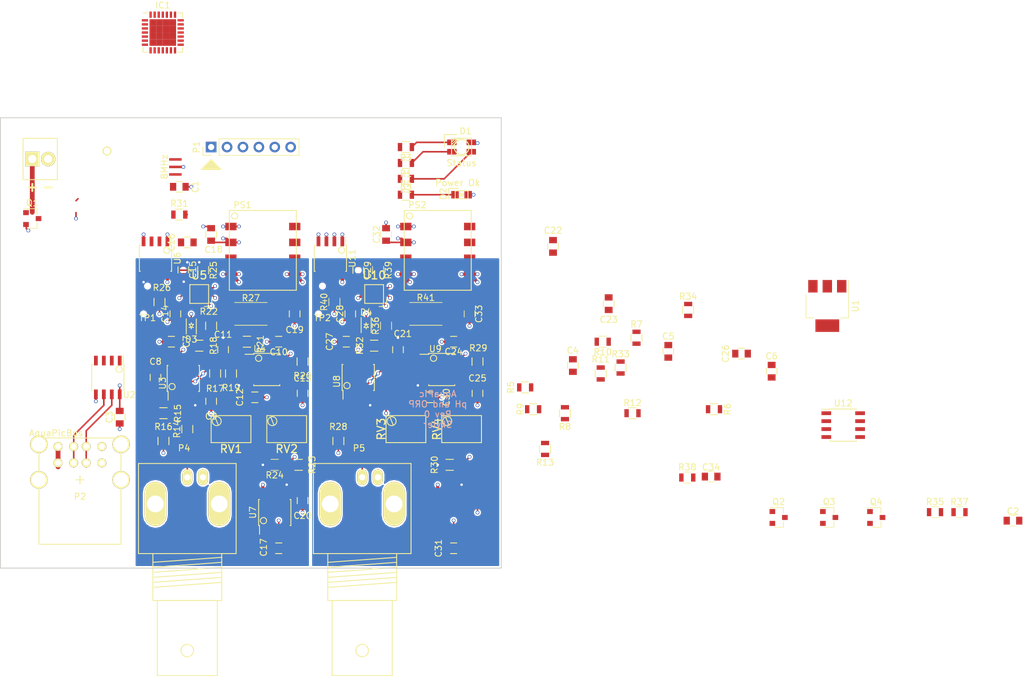
<source format=kicad_pcb>
(kicad_pcb (version 4) (host pcbnew 4.0.7)
  (layers (0 F.Cu signal) (1 In1.Cu power) (2 In2.Cu power) (31 B.Cu signal) (34 B.Paste user) (35 F.Paste user) (36 B.SilkS user) (37 F.SilkS user) (38 B.Mask user) (39 F.Mask user) (44 Edge.Cuts user))
  (net 0 "")
  (net 1 +5V)
  (net 2 GND)
  (net 3 -5V)
  (net 4 +5VD)
  (net 5 GNDD)
  (net 6 "Net-(C17-Pad1)")
  (net 7 "Net-(C17-Pad2)")
  (net 8 +5VA)
  (net 9 GNDA)
  (net 10 -5VA)
  (net 11 "Net-(C31-Pad1)")
  (net 12 "Net-(C31-Pad2)")
  (net 13 "Net-(D1-Pad2)")
  (net 14 "Net-(D1-Pad3)")
  (net 15 "Net-(D1-Pad1)")
  (net 16 //MCLR)
  (net 17 /RX)
  (net 18 /TX)
  (net 19 /PGC)
  (net 20 /PGD)
  (net 21 "Net-(IC1-Pad18)")
  (net 22 "Net-(P3-Pad1)")
  (net 23 "Net-(P4-Pad1)")
  (net 24 "Net-(PS1-Pad3)")
  (net 25 "Net-(PS1-Pad6)")
  (net 26 "Net-(PS1-Pad7)")
  (net 27 "Net-(PS1-Pad8)")
  (net 28 "Net-(PS2-Pad3)")
  (net 29 "Net-(PS2-Pad6)")
  (net 30 "Net-(PS2-Pad7)")
  (net 31 "Net-(PS2-Pad8)")
  (net 32 /A_pH)
  (net 33 /A_pH/ORP)
  (net 34 "Net-(R26-Pad2)")
  (net 35 "Net-(R34-Pad2)")
  (net 36 "Net-(RV1-Pad3)")
  (net 37 "Net-(RV3-Pad3)")
  (net 38 "Net-(U5-Pad10)")
  (net 39 "Net-(U7-Pad1)")
  (net 40 "Net-(U10-Pad10)")
  (net 41 "Net-(IC1-Pad6)")
  (net 42 +3V3)
  (net 43 "Net-(C3-Pad1)")
  (net 44 "Net-(C8-Pad1)")
  (net 45 "Net-(C8-Pad2)")
  (net 46 "Net-(C11-Pad1)")
  (net 47 "Net-(C13-Pad2)")
  (net 48 "Net-(C22-Pad1)")
  (net 49 "Net-(C22-Pad2)")
  (net 50 "Net-(C25-Pad1)")
  (net 51 "Net-(C27-Pad2)")
  (net 52 "Net-(D2-Pad2)")
  (net 53 "Net-(D3-Pad1)")
  (net 54 "Net-(D4-Pad1)")
  (net 55 /LED_R)
  (net 56 /LED_G)
  (net 57 /LED_Y)
  (net 58 "Net-(IC1-Pad4)")
  (net 59 "Net-(IC1-Pad7)")
  (net 60 "Net-(IC1-Pad8)")
  (net 61 "Net-(IC1-Pad9)")
  (net 62 /SDA)
  (net 63 "Net-(IC1-Pad12)")
  (net 64 "Net-(IC1-Pad13)")
  (net 65 //RTS)
  (net 66 /SCL)
  (net 67 "Net-(IC1-Pad19)")
  (net 68 "Net-(IC1-Pad20)")
  (net 69 "Net-(IC1-Pad21)")
  (net 70 /TX_LV)
  (net 71 /RX_LV)
  (net 72 "Net-(P1-Pad6)")
  (net 73 /A)
  (net 74 /B)
  (net 75 "Net-(P5-Pad1)")
  (net 76 "Net-(Q1-Pad1)")
  (net 77 /RTS)
  (net 78 "Net-(R14-Pad2)")
  (net 79 "Net-(R15-Pad1)")
  (net 80 "Net-(R17-Pad2)")
  (net 81 "Net-(R20-Pad1)")
  (net 82 "Net-(R20-Pad2)")
  (net 83 "Net-(R23-Pad2)")
  (net 84 "Net-(R24-Pad1)")
  (net 85 "Net-(R25-Pad2)")
  (net 86 "Net-(R28-Pad2)")
  (net 87 "Net-(R29-Pad1)")
  (net 88 "Net-(R31-Pad2)")
  (net 89 "Net-(R34-Pad1)")
  (net 90 "Net-(R37-Pad2)")
  (net 91 "Net-(R38-Pad1)")
  (net 92 "Net-(R39-Pad2)")
  (net 93 "Net-(R40-Pad2)")
  (net 94 "Net-(U3-Pad1)")
  (net 95 "Net-(U3-Pad5)")
  (net 96 "Net-(U3-Pad8)")
  (net 97 "Net-(U7-Pad6)")
  (net 98 "Net-(U7-Pad7)")
  (net 99 "Net-(U8-Pad1)")
  (net 100 "Net-(U8-Pad5)")
  (net 101 "Net-(U8-Pad8)")
  (net 102 "Net-(U12-Pad1)")
  (net 103 "Net-(U12-Pad6)")
  (net 104 "Net-(U12-Pad7)")
  (module Diodes_SMD:SOD-323 (layer F.Cu) (at 30.48 -38.735 90)
    (fp_text reference D3 (at -2.159 0 180) (layer F.SilkS))
    (fp_text value DB2J310)
    (pad 1 smd rect (at -1.055 0 90) (size 0.59 0.45) (layers F.Cu F.Paste F.Mask) (net 53 "Net-(D3-Pad1)"))
    (pad 2 smd rect (at 1.055 0 90) (size 0.59 0.45) (layers F.Cu F.Paste F.Mask) (net 5 GNDD))
  )
  (module Capacitors_SMD:C_0805 (layer F.Cu) (at 28.575 -60.96)
    (fp_text reference C1 (at 2.54 0 270) (layer F.SilkS))
    (fp_text value 100nF)
    (pad 1 smd rect (at -1 0) (size 1 1.25) (layers F.Cu F.Paste F.Mask) (net 42 +3V3))
    (pad 2 smd rect (at 1 0) (size 1 1.25) (layers F.Cu F.Paste F.Mask) (net 2 GND))
  )
  (module Capacitors_SMD:C_0805 (layer F.Cu) (at 19.05 -24.13 270)
    (fp_text reference C3 (at 0 1.651 270) (layer F.SilkS))
    (fp_text value 100nF)
    (pad 1 smd rect (at -1 0 270) (size 1 1.25) (layers F.Cu F.Paste F.Mask) (net 43 "Net-(C3-Pad1)"))
    (pad 2 smd rect (at 1 0 270) (size 1 1.25) (layers F.Cu F.Paste F.Mask) (net 2 GND))
  )
  (module Capacitors_SMD:C_0805 (layer F.Cu) (at 91.44 -32.385 90)
    (fp_text reference C4 (at 2.413 0 180) (layer F.SilkS))
    (fp_text value 4u7)
    (pad 1 smd rect (at -1 0 90) (size 1 1.25) (layers F.Cu F.Paste F.Mask) (net 1 +5V))
    (pad 2 smd rect (at 1 0 90) (size 1 1.25) (layers F.Cu F.Paste F.Mask) (net 2 GND))
  )
  (module Capacitors_SMD:C_0805 (layer F.Cu) (at 106.68 -34.655 270)
    (fp_text reference C5 (at -2.413 0 360) (layer F.SilkS))
    (fp_text value 4u7)
    (pad 1 smd rect (at -1 0 270) (size 1 1.25) (layers F.Cu F.Paste F.Mask) (net 42 +3V3))
    (pad 2 smd rect (at 1 0 270) (size 1 1.25) (layers F.Cu F.Paste F.Mask) (net 2 GND))
  )
  (module Capacitors_SMD:C_0805 (layer F.Cu) (at 123.19 -31.48 270)
    (fp_text reference C6 (at -2.413 0 360) (layer F.SilkS))
    (fp_text value 100nF)
    (pad 1 smd rect (at -1 0 270) (size 1 1.25) (layers F.Cu F.Paste F.Mask) (net 1 +5V))
    (pad 2 smd rect (at 1 0 270) (size 1 1.25) (layers F.Cu F.Paste F.Mask) (net 2 GND))
  )
  (module Capacitors_SMD:C_0805 (layer F.Cu) (at 27.305 -36.195 180)
    (fp_text reference C7 (at -2.413 0 270) (layer F.SilkS))
    (fp_text value 100nF)
    (pad 1 smd rect (at -1 0 180) (size 1 1.25) (layers F.Cu F.Paste F.Mask) (net 4 +5VD))
    (pad 2 smd rect (at 1 0 180) (size 1 1.25) (layers F.Cu F.Paste F.Mask) (net 5 GNDD))
  )
  (module Capacitors_SMD:C_0805 (layer F.Cu) (at 24.765 -30.48 90)
    (fp_text reference C8 (at 2.54 0 180) (layer F.SilkS))
    (fp_text value 33pF)
    (pad 1 smd rect (at -1 0 90) (size 1 1.25) (layers F.Cu F.Paste F.Mask) (net 44 "Net-(C8-Pad1)"))
    (pad 2 smd rect (at 1 0 90) (size 1 1.25) (layers F.Cu F.Paste F.Mask) (net 45 "Net-(C8-Pad2)"))
  )
  (module Capacitors_SMD:C_0805 (layer F.Cu) (at 33.655 -26.67 90)
    (fp_text reference C9 (at -2.413 0 180) (layer F.SilkS))
    (fp_text value 100nF)
    (pad 1 smd rect (at -1 0 90) (size 1 1.25) (layers F.Cu F.Paste F.Mask) (net 5 GNDD))
    (pad 2 smd rect (at 1 0 90) (size 1 1.25) (layers F.Cu F.Paste F.Mask) (net 3 -5V))
  )
  (module Capacitors_SMD:C_0805 (layer F.Cu) (at 44.45 -36.195 180)
    (fp_text reference C10 (at 0 -1.651 360) (layer F.SilkS))
    (fp_text value 100nF)
    (pad 1 smd rect (at -1 0 180) (size 1 1.25) (layers F.Cu F.Paste F.Mask) (net 4 +5VD))
    (pad 2 smd rect (at 1 0 180) (size 1 1.25) (layers F.Cu F.Paste F.Mask) (net 5 GNDD))
  )
  (module Capacitors_SMD:C_0805 (layer F.Cu) (at 35.56 -34.925 90)
    (fp_text reference C11 (at 2.413 0 180) (layer F.SilkS))
    (fp_text value 100nF)
    (pad 1 smd rect (at -1 0 90) (size 1 1.25) (layers F.Cu F.Paste F.Mask) (net 46 "Net-(C11-Pad1)"))
    (pad 2 smd rect (at 1 0 90) (size 1 1.25) (layers F.Cu F.Paste F.Mask) (net 3 -5V))
  )
  (module Capacitors_SMD:C_0805 (layer F.Cu) (at 40.64 -27.305 180)
    (fp_text reference C12 (at 2.413 0 270) (layer F.SilkS))
    (fp_text value 100nF)
    (pad 1 smd rect (at -1 0 180) (size 1 1.25) (layers F.Cu F.Paste F.Mask) (net 5 GNDD))
    (pad 2 smd rect (at 1 0 180) (size 1 1.25) (layers F.Cu F.Paste F.Mask) (net 3 -5V))
  )
  (module Capacitors_SMD:C_0805 (layer F.Cu) (at 48.26 -27.94 90)
    (fp_text reference C13 (at 2.413 0 180) (layer F.SilkS))
    (fp_text value 1uF)
    (pad 1 smd rect (at -1 0 90) (size 1 1.25) (layers F.Cu F.Paste F.Mask) (net 5 GNDD))
    (pad 2 smd rect (at 1 0 90) (size 1 1.25) (layers F.Cu F.Paste F.Mask) (net 47 "Net-(C13-Pad2)"))
  )
  (module Capacitors_SMD:C_0805 (layer F.Cu) (at 27.94 -40.64 270)
    (fp_text reference C14 (at 0 1.651 450) (layer F.SilkS))
    (fp_text value 100nF)
    (pad 1 smd rect (at -1 0 270) (size 1 1.25) (layers F.Cu F.Paste F.Mask) (net 4 +5VD))
    (pad 2 smd rect (at 1 0 270) (size 1 1.25) (layers F.Cu F.Paste F.Mask) (net 5 GNDD))
  )
  (module Capacitors_SMD:C_0805 (layer F.Cu) (at 29.21 -47.675 90)
    (fp_text reference C15 (at 0 1.524 270) (layer F.SilkS))
    (fp_text value 100nF)
    (pad 1 smd rect (at -1 0 90) (size 1 1.25) (layers F.Cu F.Paste F.Mask) (net 4 +5VD))
    (pad 2 smd rect (at 1 0 90) (size 1 1.25) (layers F.Cu F.Paste F.Mask) (net 5 GNDD))
  )
  (module Capacitors_SMD:C_0805 (layer F.Cu) (at 29.845 -52.07)
    (fp_text reference C16 (at -2.54 0 90) (layer F.SilkS))
    (fp_text value 100nF)
    (pad 1 smd rect (at -1 0) (size 1 1.25) (layers F.Cu F.Paste F.Mask) (net 42 +3V3))
    (pad 2 smd rect (at 1 0) (size 1 1.25) (layers F.Cu F.Paste F.Mask) (net 2 GND))
  )
  (module Capacitors_SMD:C_0805 (layer F.Cu) (at 44.45 -3.175)
    (fp_text reference C17 (at -2.413 -0.127 90) (layer F.SilkS))
    (fp_text value 10uF)
    (pad 1 smd rect (at -1 0) (size 1 1.25) (layers F.Cu F.Paste F.Mask) (net 6 "Net-(C17-Pad1)"))
    (pad 2 smd rect (at 1 0) (size 1 1.25) (layers F.Cu F.Paste F.Mask) (net 7 "Net-(C17-Pad2)"))
  )
  (module Capacitors_SMD:C_0805 (layer F.Cu) (at 33.655 -53.34 90)
    (fp_text reference C18 (at -2.413 0.381 180) (layer F.SilkS))
    (fp_text value 4u7)
    (pad 1 smd rect (at -1 0 90) (size 1 1.25) (layers F.Cu F.Paste F.Mask) (net 1 +5V))
    (pad 2 smd rect (at 1 0 90) (size 1 1.25) (layers F.Cu F.Paste F.Mask) (net 2 GND))
  )
  (module Capacitors_SMD:C_0805 (layer F.Cu) (at 46.99 -40.64 270)
    (fp_text reference C19 (at 2.54 0 360) (layer F.SilkS))
    (fp_text value 10uF)
    (pad 1 smd rect (at -1 0 270) (size 1 1.25) (layers F.Cu F.Paste F.Mask) (net 4 +5VD))
    (pad 2 smd rect (at 1 0 270) (size 1 1.25) (layers F.Cu F.Paste F.Mask) (net 5 GNDD))
  )
  (module Capacitors_SMD:C_0805 (layer F.Cu) (at 48.26 -10.795 90)
    (fp_text reference C20 (at -2.413 0 180) (layer F.SilkS))
    (fp_text value 10uF)
    (pad 1 smd rect (at -1 0 90) (size 1 1.25) (layers F.Cu F.Paste F.Mask) (net 5 GNDD))
    (pad 2 smd rect (at 1 0 90) (size 1 1.25) (layers F.Cu F.Paste F.Mask) (net 3 -5V))
  )
  (module Capacitors_SMD:C_0805 (layer F.Cu) (at 63.5 -34.925 90)
    (fp_text reference C21 (at 2.54 0.762 180) (layer F.SilkS))
    (fp_text value 100nF)
    (pad 1 smd rect (at -1 0 90) (size 1 1.25) (layers F.Cu F.Paste F.Mask) (net 8 +5VA))
    (pad 2 smd rect (at 1 0 90) (size 1 1.25) (layers F.Cu F.Paste F.Mask) (net 9 GNDA))
  )
  (module Capacitors_SMD:C_0805 (layer F.Cu) (at 88.265 -51.435 90)
    (fp_text reference C22 (at 2.54 0 360) (layer F.SilkS))
    (fp_text value 33pF)
    (pad 1 smd rect (at -1 0 90) (size 1 1.25) (layers F.Cu F.Paste F.Mask) (net 48 "Net-(C22-Pad1)"))
    (pad 2 smd rect (at 1 0 90) (size 1 1.25) (layers F.Cu F.Paste F.Mask) (net 49 "Net-(C22-Pad2)"))
  )
  (module Capacitors_SMD:C_0805 (layer F.Cu) (at 97.155 -42.275 90)
    (fp_text reference C23 (at -2.54 0 180) (layer F.SilkS))
    (fp_text value 100nF)
    (pad 1 smd rect (at -1 0 90) (size 1 1.25) (layers F.Cu F.Paste F.Mask) (net 9 GNDA))
    (pad 2 smd rect (at 1 0 90) (size 1 1.25) (layers F.Cu F.Paste F.Mask) (net 10 -5VA))
  )
  (module Capacitors_SMD:C_0805 (layer F.Cu) (at 72.39 -36.195 180)
    (fp_text reference C24 (at 0 -1.6 180) (layer F.SilkS))
    (fp_text value 100nF)
    (pad 1 smd rect (at -1 0 180) (size 1 1.25) (layers F.Cu F.Paste F.Mask) (net 8 +5VA))
    (pad 2 smd rect (at 1 0 180) (size 1 1.25) (layers F.Cu F.Paste F.Mask) (net 9 GNDA))
  )
  (module Capacitors_SMD:C_0805 (layer F.Cu) (at 76.2 -27.94 90)
    (fp_text reference C25 (at 2.413 0 180) (layer F.SilkS))
    (fp_text value 100nF)
    (pad 1 smd rect (at -1 0 90) (size 1 1.25) (layers F.Cu F.Paste F.Mask) (net 50 "Net-(C25-Pad1)"))
    (pad 2 smd rect (at 1 0 90) (size 1 1.25) (layers F.Cu F.Paste F.Mask) (net 10 -5VA))
  )
  (module Capacitors_SMD:C_0805 (layer F.Cu) (at 118.38 -34.29 180)
    (fp_text reference C26 (at 2.54 0 270) (layer F.SilkS))
    (fp_text value 100nF)
    (pad 1 smd rect (at -1 0 180) (size 1 1.25) (layers F.Cu F.Paste F.Mask) (net 9 GNDA))
    (pad 2 smd rect (at 1 0 180) (size 1 1.25) (layers F.Cu F.Paste F.Mask) (net 10 -5VA))
  )
  (module Capacitors_SMD:C_0805 (layer F.Cu) (at 55.245 -36.195 180)
    (fp_text reference C27 (at 2.667 0 270) (layer F.SilkS))
    (fp_text value 1uF)
    (pad 1 smd rect (at -1 0 180) (size 1 1.25) (layers F.Cu F.Paste F.Mask) (net 9 GNDA))
    (pad 2 smd rect (at 1 0 180) (size 1 1.25) (layers F.Cu F.Paste F.Mask) (net 51 "Net-(C27-Pad2)"))
  )
  (module Capacitors_SMD:C_0805 (layer F.Cu) (at 55.88 -40.64 270)
    (fp_text reference C28 (at 0 1.651 270) (layer F.SilkS))
    (fp_text value 100nF)
    (pad 1 smd rect (at -1 0 270) (size 1 1.25) (layers F.Cu F.Paste F.Mask) (net 8 +5VA))
    (pad 2 smd rect (at 1 0 270) (size 1 1.25) (layers F.Cu F.Paste F.Mask) (net 9 GNDA))
  )
  (module Capacitors_SMD:C_0805 (layer F.Cu) (at 57.15 -47.625 90)
    (fp_text reference C29 (at 0 1.524 90) (layer F.SilkS))
    (fp_text value 100nF)
    (pad 1 smd rect (at -1 0 90) (size 1 1.25) (layers F.Cu F.Paste F.Mask) (net 8 +5VA))
    (pad 2 smd rect (at 1 0 90) (size 1 1.25) (layers F.Cu F.Paste F.Mask) (net 9 GNDA))
  )
  (module Capacitors_SMD:C_0805 (layer F.Cu) (at 68.58 -27.305 180)
    (fp_text reference C30 (at -2.667 0 270) (layer F.SilkS))
    (fp_text value 100nF)
    (pad 1 smd rect (at -1 0 180) (size 1 1.25) (layers F.Cu F.Paste F.Mask) (net 42 +3V3))
    (pad 2 smd rect (at 1 0 180) (size 1 1.25) (layers F.Cu F.Paste F.Mask) (net 2 GND))
  )
  (module Capacitors_SMD:C_0805 (layer F.Cu) (at 72.39 -3.175)
    (fp_text reference C31 (at -2.413 0 90) (layer F.SilkS))
    (fp_text value 10uF)
    (pad 1 smd rect (at -1 0) (size 1 1.25) (layers F.Cu F.Paste F.Mask) (net 11 "Net-(C31-Pad1)"))
    (pad 2 smd rect (at 1 0) (size 1 1.25) (layers F.Cu F.Paste F.Mask) (net 12 "Net-(C31-Pad2)"))
  )
  (module LEDs:LED-0805 (layer F.Cu) (at 73.66 -59.69)
    (fp_text reference D2 (at -2.921 -0.127 90) (layer F.SilkS))
    (fp_text value APT2012)
    (pad 2 smd rect (at 1.04902 0 180) (size 1.19888 1.19888) (layers F.Cu F.Paste F.Mask) (net 52 "Net-(D2-Pad2)"))
    (pad 1 smd rect (at -1.04902 0 180) (size 1.19888 1.19888) (layers F.Cu F.Paste F.Mask) (net 2 GND))
  )
  (module Resistors_SMD:R_0805 (layer F.Cu) (at 64.77 -64.77 180)
    (fp_text reference R1 (at 0 -1.7 180) (layer F.SilkS))
    (fp_text value 4K99)
    (pad 1 smd rect (at -0.95 0 180) (size 0.7 1.3) (layers F.Cu F.Paste F.Mask) (net 42 +3V3))
    (pad 2 smd rect (at 0.95 0 180) (size 0.7 1.3) (layers F.Cu F.Paste F.Mask) (net 62 /SDA))
  )
  (module Resistors_SMD:R_0805 (layer F.Cu) (at 64.77 -62.23 180)
    (fp_text reference R2 (at 0 -1.7 180) (layer F.SilkS))
    (fp_text value 4K99)
    (pad 1 smd rect (at -0.95 0 180) (size 0.7 1.3) (layers F.Cu F.Paste F.Mask) (net 42 +3V3))
    (pad 2 smd rect (at 0.95 0 180) (size 0.7 1.3) (layers F.Cu F.Paste F.Mask) (net 66 /SCL))
  )
  (module Resistors_SMD:R_0805 (layer F.Cu) (at 64.77 -67.31 180)
    (fp_text reference R3 (at 0 -1.7 180) (layer F.SilkS))
    (fp_text value 150R)
    (pad 1 smd rect (at -0.95 0 180) (size 0.7 1.3) (layers F.Cu F.Paste F.Mask) (net 15 "Net-(D1-Pad1)"))
    (pad 2 smd rect (at 0.95 0 180) (size 0.7 1.3) (layers F.Cu F.Paste F.Mask) (net 56 /LED_G))
  )
  (module Resistors_SMD:R_0805 (layer F.Cu) (at 64.77 -59.69)
    (fp_text reference R4 (at 0 -1.7) (layer F.SilkS))
    (fp_text value 150R)
    (pad 1 smd rect (at -0.95 0) (size 0.7 1.3) (layers F.Cu F.Paste F.Mask) (net 13 "Net-(D1-Pad2)"))
    (pad 2 smd rect (at 0.95 0) (size 0.7 1.3) (layers F.Cu F.Paste F.Mask) (net 57 /LED_Y))
  )
  (module Resistors_SMD:R_0805 (layer F.Cu) (at 83.82 -28.89 180)
    (fp_text reference R5 (at 2.286 0 270) (layer F.SilkS))
    (fp_text value 150R)
    (pad 1 smd rect (at -0.95 0 180) (size 0.7 1.3) (layers F.Cu F.Paste F.Mask) (net 14 "Net-(D1-Pad3)"))
    (pad 2 smd rect (at 0.95 0 180) (size 0.7 1.3) (layers F.Cu F.Paste F.Mask) (net 55 /LED_R))
  )
  (module Resistors_SMD:R_0805 (layer F.Cu) (at 113.985 -25.4)
    (fp_text reference R6 (at 2.159 0 90) (layer F.SilkS))
    (fp_text value 1K)
    (pad 1 smd rect (at -0.95 0) (size 0.7 1.3) (layers F.Cu F.Paste F.Mask) (net 76 "Net-(Q1-Pad1)"))
    (pad 2 smd rect (at 0.95 0) (size 0.7 1.3) (layers F.Cu F.Paste F.Mask) (net 65 //RTS))
  )
  (module Resistors_SMD:R_0805 (layer F.Cu) (at 101.6 -36.83 90)
    (fp_text reference R7 (at 2.159 0 180) (layer F.SilkS))
    (fp_text value 10K)
    (pad 1 smd rect (at -0.95 0 90) (size 0.7 1.3) (layers F.Cu F.Paste F.Mask) (net 76 "Net-(Q1-Pad1)"))
    (pad 2 smd rect (at 0.95 0 90) (size 0.7 1.3) (layers F.Cu F.Paste F.Mask) (net 2 GND))
  )
  (module Resistors_SMD:R_0805 (layer F.Cu) (at 90.17 -24.765 270)
    (fp_text reference R8 (at 2.159 0 360) (layer F.SilkS))
    (fp_text value 10K)
    (pad 1 smd rect (at -0.95 0 270) (size 0.7 1.3) (layers F.Cu F.Paste F.Mask) (net 1 +5V))
    (pad 2 smd rect (at 0.95 0 270) (size 0.7 1.3) (layers F.Cu F.Paste F.Mask) (net 77 /RTS))
  )
  (module Resistors_SMD:R_0805 (layer F.Cu) (at 85.09 -25.4 180)
    (fp_text reference R9 (at 2.032 0 450) (layer F.SilkS))
    (fp_text value 4K99)
    (pad 1 smd rect (at -0.95 0 180) (size 0.7 1.3) (layers F.Cu F.Paste F.Mask) (net 42 +3V3))
    (pad 2 smd rect (at 0.95 0 180) (size 0.7 1.3) (layers F.Cu F.Paste F.Mask) (net 70 /TX_LV))
  )
  (module Resistors_SMD:R_0805 (layer F.Cu) (at 95.885 -31.115 90)
    (fp_text reference R11 (at 2.286 0 180) (layer F.SilkS))
    (fp_text value 4K99)
    (pad 1 smd rect (at -0.95 0 90) (size 0.7 1.3) (layers F.Cu F.Paste F.Mask) (net 1 +5V))
    (pad 2 smd rect (at 0.95 0 90) (size 0.7 1.3) (layers F.Cu F.Paste F.Mask) (net 18 /TX))
  )
  (module Resistors_SMD:R_0805 (layer F.Cu) (at 100.965 -24.765)
    (fp_text reference R12 (at 0 -1.651) (layer F.SilkS))
    (fp_text value 4K99)
    (pad 1 smd rect (at -0.95 0) (size 0.7 1.3) (layers F.Cu F.Paste F.Mask) (net 1 +5V))
    (pad 2 smd rect (at 0.95 0) (size 0.7 1.3) (layers F.Cu F.Paste F.Mask) (net 17 /RX))
  )
  (module Resistors_SMD:R_0805 (layer F.Cu) (at 86.995 -19.05 270)
    (fp_text reference R13 (at 2.159 0 540) (layer F.SilkS))
    (fp_text value 150R)
    (pad 1 smd rect (at -0.95 0 270) (size 0.7 1.3) (layers F.Cu F.Paste F.Mask) (net 42 +3V3))
    (pad 2 smd rect (at 0.95 0 270) (size 0.7 1.3) (layers F.Cu F.Paste F.Mask) (net 52 "Net-(D2-Pad2)"))
  )
  (module Resistors_SMD:R_0805 (layer F.Cu) (at 29.845 -22.225 90)
    (fp_text reference R14 (at 0 -1.651 90) (layer F.SilkS))
    (fp_text value 10K)
    (pad 1 smd rect (at -0.95 0 90) (size 0.7 1.3) (layers F.Cu F.Paste F.Mask) (net 23 "Net-(P4-Pad1)"))
    (pad 2 smd rect (at 0.95 0 90) (size 0.7 1.3) (layers F.Cu F.Paste F.Mask) (net 78 "Net-(R14-Pad2)"))
  )
  (module Resistors_SMD:R_0805 (layer F.Cu) (at 26.035 -24.765 180)
    (fp_text reference R15 (at -2.286 0 270) (layer F.SilkS))
    (fp_text value 2M)
    (pad 1 smd rect (at -0.95 0 180) (size 0.7 1.3) (layers F.Cu F.Paste F.Mask) (net 79 "Net-(R15-Pad1)"))
    (pad 2 smd rect (at 0.95 0 180) (size 0.7 1.3) (layers F.Cu F.Paste F.Mask) (net 44 "Net-(C8-Pad1)"))
  )
  (module Resistors_SMD:R_0805 (layer F.Cu) (at 26.035 -20.32 270)
    (fp_text reference R16 (at -2.286 0 360) (layer F.SilkS))
    (fp_text value 49K9)
    (pad 1 smd rect (at -0.95 0 270) (size 0.7 1.3) (layers F.Cu F.Paste F.Mask) (net 44 "Net-(C8-Pad1)"))
    (pad 2 smd rect (at 0.95 0 270) (size 0.7 1.3) (layers F.Cu F.Paste F.Mask) (net 5 GNDD))
  )
  (module Resistors_SMD:R_0805 (layer F.Cu) (at 34.29 -31.115 270)
    (fp_text reference R17 (at 2.413 0 360) (layer F.SilkS))
    (fp_text value 221K)
    (pad 1 smd rect (at -0.95 0 270) (size 0.7 1.3) (layers F.Cu F.Paste F.Mask) (net 44 "Net-(C8-Pad1)"))
    (pad 2 smd rect (at 0.95 0 270) (size 0.7 1.3) (layers F.Cu F.Paste F.Mask) (net 80 "Net-(R17-Pad2)"))
  )
  (module Resistors_SMD:R_0805 (layer F.Cu) (at 31.75 -35.56)
    (fp_text reference R18 (at 2.286 0 90) (layer F.SilkS))
    (fp_text value 221K)
    (pad 1 smd rect (at -0.95 0) (size 0.7 1.3) (layers F.Cu F.Paste F.Mask) (net 45 "Net-(C8-Pad2)"))
    (pad 2 smd rect (at 0.95 0) (size 0.7 1.3) (layers F.Cu F.Paste F.Mask) (net 46 "Net-(C11-Pad1)"))
  )
  (module Resistors_SMD:R_0805 (layer F.Cu) (at 36.83 -31.115 270)
    (fp_text reference R19 (at 2.286 0 360) (layer F.SilkS))
    (fp_text value 221K)
    (pad 1 smd rect (at -0.95 0 270) (size 0.7 1.3) (layers F.Cu F.Paste F.Mask) (net 46 "Net-(C11-Pad1)"))
    (pad 2 smd rect (at 0.95 0 270) (size 0.7 1.3) (layers F.Cu F.Paste F.Mask) (net 3 -5V))
  )
  (module Resistors_SMD:R_0805 (layer F.Cu) (at 48.26 -33.02 270)
    (fp_text reference R20 (at 2.286 0 360) (layer F.SilkS))
    (fp_text value 221K)
    (pad 1 smd rect (at -0.95 0 270) (size 0.7 1.3) (layers F.Cu F.Paste F.Mask) (net 81 "Net-(R20-Pad1)"))
    (pad 2 smd rect (at 0.95 0 270) (size 0.7 1.3) (layers F.Cu F.Paste F.Mask) (net 82 "Net-(R20-Pad2)"))
  )
  (module Resistors_SMD:R_0805 (layer F.Cu) (at 39.37 -36.195)
    (fp_text reference R21 (at 2.159 0.381 90) (layer F.SilkS))
    (fp_text value 221K)
    (pad 1 smd rect (at -0.95 0) (size 0.7 1.3) (layers F.Cu F.Paste F.Mask) (net 81 "Net-(R20-Pad1)"))
    (pad 2 smd rect (at 0.95 0) (size 0.7 1.3) (layers F.Cu F.Paste F.Mask) (net 53 "Net-(D3-Pad1)"))
  )
  (module Resistors_SMD:R_0805 (layer F.Cu) (at 33.655 -38.735 90)
    (fp_text reference R22 (at 2.286 -0.381 180) (layer F.SilkS))
    (fp_text value 1K)
    (pad 1 smd rect (at -0.95 0 90) (size 0.7 1.3) (layers F.Cu F.Paste F.Mask) (net 53 "Net-(D3-Pad1)"))
    (pad 2 smd rect (at 0.95 0 90) (size 0.7 1.3) (layers F.Cu F.Paste F.Mask) (net 32 /A_pH))
  )
  (module Resistors_SMD:R_0805 (layer F.Cu) (at 47.625 -16.51)
    (fp_text reference R23 (at 2.159 0 90) (layer F.SilkS))
    (fp_text value 10K)
    (pad 1 smd rect (at -0.95 0) (size 0.7 1.3) (layers F.Cu F.Paste F.Mask) (net 5 GNDD))
    (pad 2 smd rect (at 0.95 0) (size 0.7 1.3) (layers F.Cu F.Paste F.Mask) (net 83 "Net-(R23-Pad2)"))
  )
  (module Resistors_SMD:R_0805 (layer F.Cu) (at 32.385 -47.625 270)
    (fp_text reference R25 (at 0 -1.651 270) (layer F.SilkS))
    (fp_text value 4K99)
    (pad 1 smd rect (at -0.95 0 270) (size 0.7 1.3) (layers F.Cu F.Paste F.Mask) (net 4 +5VD))
    (pad 2 smd rect (at 0.95 0 270) (size 0.7 1.3) (layers F.Cu F.Paste F.Mask) (net 85 "Net-(R25-Pad2)"))
  )
  (module Resistors_SMD:R_0805 (layer F.Cu) (at 25.4 -42.545 90)
    (fp_text reference R26 (at 2.286 0.381 180) (layer F.SilkS))
    (fp_text value 4K99)
    (pad 1 smd rect (at -0.95 0 90) (size 0.7 1.3) (layers F.Cu F.Paste F.Mask) (net 4 +5VD))
    (pad 2 smd rect (at 0.95 0 90) (size 0.7 1.3) (layers F.Cu F.Paste F.Mask) (net 34 "Net-(R26-Pad2)"))
  )
  (module Resistors_SMD:R_0805 (layer F.Cu) (at 53.975 -20.32 270)
    (fp_text reference R28 (at -2.286 0 360) (layer F.SilkS))
    (fp_text value 10K)
    (pad 1 smd rect (at -0.95 0 270) (size 0.7 1.3) (layers F.Cu F.Paste F.Mask) (net 75 "Net-(P5-Pad1)"))
    (pad 2 smd rect (at 0.95 0 270) (size 0.7 1.3) (layers F.Cu F.Paste F.Mask) (net 86 "Net-(R28-Pad2)"))
  )
  (module Resistors_SMD:R_0805 (layer F.Cu) (at 76.2 -33.02 270)
    (fp_text reference R29 (at -2.159 -0.127 360) (layer F.SilkS))
    (fp_text value 2M)
    (pad 1 smd rect (at -0.95 0 270) (size 0.7 1.3) (layers F.Cu F.Paste F.Mask) (net 87 "Net-(R29-Pad1)"))
    (pad 2 smd rect (at 0.95 0 270) (size 0.7 1.3) (layers F.Cu F.Paste F.Mask) (net 48 "Net-(C22-Pad1)"))
  )
  (module Resistors_SMD:R_0805 (layer F.Cu) (at 71.755 -16.51 180)
    (fp_text reference R30 (at 2.413 0 270) (layer F.SilkS))
    (fp_text value 100K)
    (pad 1 smd rect (at -0.95 0 180) (size 0.7 1.3) (layers F.Cu F.Paste F.Mask) (net 48 "Net-(C22-Pad1)"))
    (pad 2 smd rect (at 0.95 0 180) (size 0.7 1.3) (layers F.Cu F.Paste F.Mask) (net 9 GNDA))
  )
  (module Resistors_SMD:R_0805 (layer F.Cu) (at 28.575 -56.515 180)
    (fp_text reference R31 (at 0 1.778 180) (layer F.SilkS))
    (fp_text value 221K)
    (pad 1 smd rect (at -0.95 0 180) (size 0.7 1.3) (layers F.Cu F.Paste F.Mask) (net 48 "Net-(C22-Pad1)"))
    (pad 2 smd rect (at 0.95 0 180) (size 0.7 1.3) (layers F.Cu F.Paste F.Mask) (net 88 "Net-(R31-Pad2)"))
  )
  (module Resistors_SMD:R_0805 (layer F.Cu) (at 59.69 -35.56 180)
    (fp_text reference R32 (at 2.286 0 270) (layer F.SilkS))
    (fp_text value 221K)
    (pad 1 smd rect (at -0.95 0 180) (size 0.7 1.3) (layers F.Cu F.Paste F.Mask) (net 49 "Net-(C22-Pad2)"))
    (pad 2 smd rect (at 0.95 0 180) (size 0.7 1.3) (layers F.Cu F.Paste F.Mask) (net 50 "Net-(C25-Pad1)"))
  )
  (module Resistors_SMD:R_0805 (layer F.Cu) (at 99.06 -32.065 270)
    (fp_text reference R33 (at -2.159 0 360) (layer F.SilkS))
    (fp_text value 221K)
    (pad 1 smd rect (at -0.95 0 270) (size 0.7 1.3) (layers F.Cu F.Paste F.Mask) (net 50 "Net-(C25-Pad1)"))
    (pad 2 smd rect (at 0.95 0 270) (size 0.7 1.3) (layers F.Cu F.Paste F.Mask) (net 10 -5VA))
  )
  (module Resistors_SMD:R_0805 (layer F.Cu) (at 109.855 -41.275 270)
    (fp_text reference R34 (at -2.159 0 360) (layer F.SilkS))
    (fp_text value 221K)
    (pad 1 smd rect (at -0.95 0 270) (size 0.7 1.3) (layers F.Cu F.Paste F.Mask) (net 89 "Net-(R34-Pad1)"))
    (pad 2 smd rect (at 0.95 0 270) (size 0.7 1.3) (layers F.Cu F.Paste F.Mask) (net 35 "Net-(R34-Pad2)"))
  )
  (module Housings_SOIC:SOIC-8_3.9x4.9mm_Pitch1.27mm (layer F.Cu) (at 17.145 -30.48 270)
    (fp_text reference U2 (at 2.794 -3.429 540) (layer F.SilkS))
    (fp_text value ST485EC)
    (pad 1 smd rect (at -2.7 -1.905 270) (size 1.55 0.6) (layers F.Cu F.Paste F.Mask) (net 17 /RX))
    (pad 2 smd rect (at -2.7 -0.635 270) (size 1.55 0.6) (layers F.Cu F.Paste F.Mask) (net 77 /RTS))
    (pad 3 smd rect (at -2.7 0.635 270) (size 1.55 0.6) (layers F.Cu F.Paste F.Mask) (net 77 /RTS))
    (pad 4 smd rect (at -2.7 1.905 270) (size 1.55 0.6) (layers F.Cu F.Paste F.Mask) (net 18 /TX))
    (pad 5 smd rect (at 2.7 1.905 270) (size 1.55 0.6) (layers F.Cu F.Paste F.Mask) (net 2 GND))
    (pad 6 smd rect (at 2.7 0.635 270) (size 1.55 0.6) (layers F.Cu F.Paste F.Mask) (net 73 /A))
    (pad 7 smd rect (at 2.7 -0.635 270) (size 1.55 0.6) (layers F.Cu F.Paste F.Mask) (net 74 /B))
    (pad 8 smd rect (at 2.7 -1.905 270) (size 1.55 0.6) (layers F.Cu F.Paste F.Mask) (net 1 +5V))
  )
  (module Housings_SOIC:SOIC-8_3.9x4.9mm_Pitch1.27mm (layer F.Cu) (at 29.21 -30.32 90)
    (fp_text reference U3 (at -0.762 -3.302 90) (layer F.SilkS))
    (fp_text value LMC6061)
    (pad 1 smd rect (at -2.7 -1.905 90) (size 1.55 0.6) (layers F.Cu F.Paste F.Mask) (net 94 "Net-(U3-Pad1)"))
    (pad 2 smd rect (at -2.7 -0.635 90) (size 1.55 0.6) (layers F.Cu F.Paste F.Mask) (net 79 "Net-(R15-Pad1)"))
    (pad 3 smd rect (at -2.7 0.635 90) (size 1.55 0.6) (layers F.Cu F.Paste F.Mask) (net 78 "Net-(R14-Pad2)"))
    (pad 4 smd rect (at -2.7 1.905 90) (size 1.55 0.6) (layers F.Cu F.Paste F.Mask) (net 3 -5V))
    (pad 5 smd rect (at 2.7 1.905 90) (size 1.55 0.6) (layers F.Cu F.Paste F.Mask) (net 95 "Net-(U3-Pad5)"))
    (pad 6 smd rect (at 2.7 0.635 90) (size 1.55 0.6) (layers F.Cu F.Paste F.Mask) (net 45 "Net-(C8-Pad2)"))
    (pad 7 smd rect (at 2.7 -0.635 90) (size 1.55 0.6) (layers F.Cu F.Paste F.Mask) (net 4 +5VD))
    (pad 8 smd rect (at 2.7 -1.905 90) (size 1.55 0.6) (layers F.Cu F.Paste F.Mask) (net 96 "Net-(U3-Pad8)"))
  )
  (module Housings_SOIC:SOIC-8_3.9x4.9mm_Pitch1.27mm (layer F.Cu) (at 42.545 -31.75)
    (fp_text reference U4 (at -1.143 -3.302) (layer F.SilkS))
    (fp_text value TLV272)
    (pad 1 smd rect (at -2.7 -1.905) (size 1.55 0.6) (layers F.Cu F.Paste F.Mask) (net 53 "Net-(D3-Pad1)"))
    (pad 2 smd rect (at -2.7 -0.635) (size 1.55 0.6) (layers F.Cu F.Paste F.Mask) (net 81 "Net-(R20-Pad1)"))
    (pad 3 smd rect (at -2.7 0.635) (size 1.55 0.6) (layers F.Cu F.Paste F.Mask) (net 46 "Net-(C11-Pad1)"))
    (pad 4 smd rect (at -2.7 1.905) (size 1.55 0.6) (layers F.Cu F.Paste F.Mask) (net 3 -5V))
    (pad 5 smd rect (at 2.7 1.905) (size 1.55 0.6) (layers F.Cu F.Paste F.Mask) (net 47 "Net-(C13-Pad2)"))
    (pad 6 smd rect (at 2.7 0.635) (size 1.55 0.6) (layers F.Cu F.Paste F.Mask) (net 82 "Net-(R20-Pad2)"))
    (pad 7 smd rect (at 2.7 -0.635) (size 1.55 0.6) (layers F.Cu F.Paste F.Mask) (net 82 "Net-(R20-Pad2)"))
    (pad 8 smd rect (at 2.7 -1.905) (size 1.55 0.6) (layers F.Cu F.Paste F.Mask) (net 4 +5VD))
  )
  (module Housings_SOIC:SOIC-8_3.9x4.9mm_Pitch1.27mm (layer F.Cu) (at 24.765 -49.53 270)
    (fp_text reference U6 (at 0 -3.5 270) (layer F.SilkS))
    (fp_text value Si8602)
    (pad 1 smd rect (at -2.7 -1.905 270) (size 1.55 0.6) (layers F.Cu F.Paste F.Mask) (net 42 +3V3))
    (pad 2 smd rect (at -2.7 -0.635 270) (size 1.55 0.6) (layers F.Cu F.Paste F.Mask) (net 62 /SDA))
    (pad 3 smd rect (at -2.7 0.635 270) (size 1.55 0.6) (layers F.Cu F.Paste F.Mask) (net 66 /SCL))
    (pad 4 smd rect (at -2.7 1.905 270) (size 1.55 0.6) (layers F.Cu F.Paste F.Mask) (net 2 GND))
    (pad 5 smd rect (at 2.7 1.905 270) (size 1.55 0.6) (layers F.Cu F.Paste F.Mask) (net 5 GNDD))
    (pad 6 smd rect (at 2.7 0.635 270) (size 1.55 0.6) (layers F.Cu F.Paste F.Mask) (net 85 "Net-(R25-Pad2)"))
    (pad 7 smd rect (at 2.7 -0.635 270) (size 1.55 0.6) (layers F.Cu F.Paste F.Mask) (net 34 "Net-(R26-Pad2)"))
    (pad 8 smd rect (at 2.7 -1.905 270) (size 1.55 0.6) (layers F.Cu F.Paste F.Mask) (net 4 +5VD))
  )
  (module Housings_SOIC:SOIC-8_3.9x4.9mm_Pitch1.27mm (layer F.Cu) (at 43.815 -8.89 90)
    (fp_text reference U7 (at 0 -3.5 90) (layer F.SilkS))
    (fp_text value TC7660)
    (pad 1 smd rect (at -2.7 -1.905 90) (size 1.55 0.6) (layers F.Cu F.Paste F.Mask) (net 39 "Net-(U7-Pad1)"))
    (pad 2 smd rect (at -2.7 -0.635 90) (size 1.55 0.6) (layers F.Cu F.Paste F.Mask) (net 6 "Net-(C17-Pad1)"))
    (pad 3 smd rect (at -2.7 0.635 90) (size 1.55 0.6) (layers F.Cu F.Paste F.Mask) (net 5 GNDD))
    (pad 4 smd rect (at -2.7 1.905 90) (size 1.55 0.6) (layers F.Cu F.Paste F.Mask) (net 7 "Net-(C17-Pad2)"))
    (pad 5 smd rect (at 2.7 1.905 90) (size 1.55 0.6) (layers F.Cu F.Paste F.Mask) (net 3 -5V))
    (pad 6 smd rect (at 2.7 0.635 90) (size 1.55 0.6) (layers F.Cu F.Paste F.Mask) (net 97 "Net-(U7-Pad6)"))
    (pad 7 smd rect (at 2.7 -0.635 90) (size 1.55 0.6) (layers F.Cu F.Paste F.Mask) (net 98 "Net-(U7-Pad7)"))
    (pad 8 smd rect (at 2.7 -1.905 90) (size 1.55 0.6) (layers F.Cu F.Paste F.Mask) (net 4 +5VD))
  )
  (module Housings_SOIC:SOIC-8_3.9x4.9mm_Pitch1.27mm (layer F.Cu) (at 57.15 -30.48 90)
    (fp_text reference U8 (at -0.635 -3.429 90) (layer F.SilkS))
    (fp_text value LMC6061)
    (pad 1 smd rect (at -2.7 -1.905 90) (size 1.55 0.6) (layers F.Cu F.Paste F.Mask) (net 99 "Net-(U8-Pad1)"))
    (pad 2 smd rect (at -2.7 -0.635 90) (size 1.55 0.6) (layers F.Cu F.Paste F.Mask) (net 87 "Net-(R29-Pad1)"))
    (pad 3 smd rect (at -2.7 0.635 90) (size 1.55 0.6) (layers F.Cu F.Paste F.Mask) (net 86 "Net-(R28-Pad2)"))
    (pad 4 smd rect (at -2.7 1.905 90) (size 1.55 0.6) (layers F.Cu F.Paste F.Mask) (net 10 -5VA))
    (pad 5 smd rect (at 2.7 1.905 90) (size 1.55 0.6) (layers F.Cu F.Paste F.Mask) (net 100 "Net-(U8-Pad5)"))
    (pad 6 smd rect (at 2.7 0.635 90) (size 1.55 0.6) (layers F.Cu F.Paste F.Mask) (net 49 "Net-(C22-Pad2)"))
    (pad 7 smd rect (at 2.7 -0.635 90) (size 1.55 0.6) (layers F.Cu F.Paste F.Mask) (net 8 +5VA))
    (pad 8 smd rect (at 2.7 -1.905 90) (size 1.55 0.6) (layers F.Cu F.Paste F.Mask) (net 101 "Net-(U8-Pad8)"))
  )
  (module Housings_SOIC:SOIC-8_3.9x4.9mm_Pitch1.27mm (layer F.Cu) (at 70.485 -31.75)
    (fp_text reference U9 (at -1.016 -3.302) (layer F.SilkS))
    (fp_text value TLV272)
    (pad 1 smd rect (at -2.7 -1.905) (size 1.55 0.6) (layers F.Cu F.Paste F.Mask) (net 54 "Net-(D4-Pad1)"))
    (pad 2 smd rect (at -2.7 -0.635) (size 1.55 0.6) (layers F.Cu F.Paste F.Mask) (net 89 "Net-(R34-Pad1)"))
    (pad 3 smd rect (at -2.7 0.635) (size 1.55 0.6) (layers F.Cu F.Paste F.Mask) (net 50 "Net-(C25-Pad1)"))
    (pad 4 smd rect (at -2.7 1.905) (size 1.55 0.6) (layers F.Cu F.Paste F.Mask) (net 10 -5VA))
    (pad 5 smd rect (at 2.7 1.905) (size 1.55 0.6) (layers F.Cu F.Paste F.Mask) (net 51 "Net-(C27-Pad2)"))
    (pad 6 smd rect (at 2.7 0.635) (size 1.55 0.6) (layers F.Cu F.Paste F.Mask) (net 35 "Net-(R34-Pad2)"))
    (pad 7 smd rect (at 2.7 -0.635) (size 1.55 0.6) (layers F.Cu F.Paste F.Mask) (net 35 "Net-(R34-Pad2)"))
    (pad 8 smd rect (at 2.7 -1.905) (size 1.55 0.6) (layers F.Cu F.Paste F.Mask) (net 8 +5VA))
  )
  (module Housings_SOIC:SOIC-8_3.9x4.9mm_Pitch1.27mm (layer F.Cu) (at 52.705 -49.53 270)
    (fp_text reference U11 (at 0 -3.5 270) (layer F.SilkS))
    (fp_text value Si8602)
    (pad 1 smd rect (at -2.7 -1.905 270) (size 1.55 0.6) (layers F.Cu F.Paste F.Mask) (net 42 +3V3))
    (pad 2 smd rect (at -2.7 -0.635 270) (size 1.55 0.6) (layers F.Cu F.Paste F.Mask) (net 62 /SDA))
    (pad 3 smd rect (at -2.7 0.635 270) (size 1.55 0.6) (layers F.Cu F.Paste F.Mask) (net 66 /SCL))
    (pad 4 smd rect (at -2.7 1.905 270) (size 1.55 0.6) (layers F.Cu F.Paste F.Mask) (net 2 GND))
    (pad 5 smd rect (at 2.7 1.905 270) (size 1.55 0.6) (layers F.Cu F.Paste F.Mask) (net 9 GNDA))
    (pad 6 smd rect (at 2.7 0.635 270) (size 1.55 0.6) (layers F.Cu F.Paste F.Mask) (net 92 "Net-(R39-Pad2)"))
    (pad 7 smd rect (at 2.7 -0.635 270) (size 1.55 0.6) (layers F.Cu F.Paste F.Mask) (net 93 "Net-(R40-Pad2)"))
    (pad 8 smd rect (at 2.7 -1.905 270) (size 1.55 0.6) (layers F.Cu F.Paste F.Mask) (net 8 +5VA))
  )
  (module Diodes_SMD:SOD-323 (layer F.Cu) (at 58.42 -38.735 270)
    (fp_text reference D4 (at -2.159 0 360) (layer F.SilkS))
    (fp_text value DB2J310)
    (pad 1 smd rect (at -1.055 0 270) (size 0.59 0.45) (layers F.Cu F.Paste F.Mask) (net 54 "Net-(D4-Pad1)"))
    (pad 2 smd rect (at 1.055 0 270) (size 0.59 0.45) (layers F.Cu F.Paste F.Mask) (net 9 GNDA))
  )
  (module Capacitors_SMD:C_0805 (layer F.Cu) (at 161.741724 -7.5878)
    (fp_text reference C2 (at 0 -1.5) (layer F.SilkS))
    (fp_text value 100nF)
    (pad 1 smd rect (at -1 0) (size 1 1.25) (layers F.Cu F.Paste F.Mask) (net 42 +3V3))
    (pad 2 smd rect (at 1 0) (size 1 1.25) (layers F.Cu F.Paste F.Mask) (net 2 GND))
  )
  (module Capacitors_SMD:C_0805 (layer F.Cu) (at 61.595 -53.34 90)
    (fp_text reference C32 (at 0 -1.5 90) (layer F.SilkS))
    (fp_text value 4u7)
    (pad 1 smd rect (at -1 0 90) (size 1 1.25) (layers F.Cu F.Paste F.Mask) (net 1 +5V))
    (pad 2 smd rect (at 1 0 90) (size 1 1.25) (layers F.Cu F.Paste F.Mask) (net 2 GND))
  )
  (module Capacitors_SMD:C_0805 (layer F.Cu) (at 74.93 -40.64 270)
    (fp_text reference C33 (at 0 -1.5 270) (layer F.SilkS))
    (fp_text value 10uF)
    (pad 1 smd rect (at -1 0 270) (size 1 1.25) (layers F.Cu F.Paste F.Mask) (net 8 +5VA))
    (pad 2 smd rect (at 1 0 270) (size 1 1.25) (layers F.Cu F.Paste F.Mask) (net 9 GNDA))
  )
  (module Capacitors_SMD:C_0805 (layer F.Cu) (at 113.525533 -14.6328)
    (fp_text reference C34 (at 0 -1.5) (layer F.SilkS))
    (fp_text value 10uF)
    (pad 1 smd rect (at -1 0) (size 1 1.25) (layers F.Cu F.Paste F.Mask) (net 9 GNDA))
    (pad 2 smd rect (at 1 0) (size 1 1.25) (layers F.Cu F.Paste F.Mask) (net 10 -5VA))
  )
  (module MyFootPrints:PLCC-4 (layer F.Cu) (at 73.66 -67.31 90)
    (fp_text reference D1 (at 2.54 0.635 360) (layer F.SilkS))
    (fp_text value SMP4-RGY)
    (pad 2 smd rect (at -0.75 1.55 90) (size 0.9 1.5) (layers F.Cu F.Paste F.Mask) (net 13 "Net-(D1-Pad2)"))
    (pad 4 smd rect (at 0.75 1.55 90) (size 0.9 1.5) (layers F.Cu F.Paste F.Mask) (net 42 +3V3))
    (pad 3 smd rect (at 0.75 -1.55 90) (size 0.9 1.5) (layers F.Cu F.Paste F.Mask) (net 14 "Net-(D1-Pad3)"))
    (pad 1 smd rect (at -0.75 -1.55 90) (size 0.9 1.5) (layers F.Cu F.Paste F.Mask) (net 15 "Net-(D1-Pad1)"))
  )
  (module Housings_DFN_QFN:QFN-28-1EP_6x6mm_Pitch0.65mm (layer F.Cu) (at 25.93125 -85.62125)
    (fp_text reference IC1 (at 0 -4.35) (layer F.SilkS))
    (fp_text value PIC32MM0064GPM028)
    (pad 1 smd rect (at -2.85 -1.95) (size 1 0.37) (layers F.Cu F.Paste F.Mask) (net 55 /LED_R))
    (pad 2 smd rect (at -2.85 -1.3) (size 1 0.37) (layers F.Cu F.Paste F.Mask) (net 56 /LED_G))
    (pad 3 smd rect (at -2.85 -0.65) (size 1 0.37) (layers F.Cu F.Paste F.Mask) (net 57 /LED_Y))
    (pad 4 smd rect (at -2.85 0) (size 1 0.37) (layers F.Cu F.Paste F.Mask) (net 58 "Net-(IC1-Pad4)"))
    (pad 5 smd rect (at -2.85 0.65) (size 1 0.37) (layers F.Cu F.Paste F.Mask) (net 2 GND))
    (pad 6 smd rect (at -2.85 1.3) (size 1 0.37) (layers F.Cu F.Paste F.Mask) (net 41 "Net-(IC1-Pad6)"))
    (pad 7 smd rect (at -2.85 1.95) (size 1 0.37) (layers F.Cu F.Paste F.Mask) (net 59 "Net-(IC1-Pad7)"))
    (pad 8 smd rect (at -1.95 2.85 90) (size 1 0.37) (layers F.Cu F.Paste F.Mask) (net 60 "Net-(IC1-Pad8)"))
    (pad 9 smd rect (at -1.3 2.85 90) (size 1 0.37) (layers F.Cu F.Paste F.Mask) (net 61 "Net-(IC1-Pad9)"))
    (pad 10 smd rect (at -0.65 2.85 90) (size 1 0.37) (layers F.Cu F.Paste F.Mask) (net 42 +3V3))
    (pad 11 smd rect (at 0 2.85 90) (size 1 0.37) (layers F.Cu F.Paste F.Mask) (net 62 /SDA))
    (pad 12 smd rect (at 0.65 2.85 90) (size 1 0.37) (layers F.Cu F.Paste F.Mask) (net 63 "Net-(IC1-Pad12)"))
    (pad 13 smd rect (at 1.3 2.85 90) (size 1 0.37) (layers F.Cu F.Paste F.Mask) (net 64 "Net-(IC1-Pad13)"))
    (pad 14 smd rect (at 1.95 2.85 90) (size 1 0.37) (layers F.Cu F.Paste F.Mask) (net 65 //RTS))
    (pad 15 smd rect (at 2.85 1.95) (size 1 0.37) (layers F.Cu F.Paste F.Mask) (net 65 //RTS))
    (pad 16 smd rect (at 2.85 1.3) (size 1 0.37) (layers F.Cu F.Paste F.Mask) (net 66 /SCL))
    (pad 17 smd rect (at 2.85 0.65) (size 1 0.37) (layers F.Cu F.Paste F.Mask) (net 43 "Net-(C3-Pad1)"))
    (pad 18 smd rect (at 2.85 0) (size 1 0.37) (layers F.Cu F.Paste F.Mask) (net 21 "Net-(IC1-Pad18)"))
    (pad 19 smd rect (at 2.85 -0.65) (size 1 0.37) (layers F.Cu F.Paste F.Mask) (net 67 "Net-(IC1-Pad19)"))
    (pad 20 smd rect (at 2.85 -1.3) (size 1 0.37) (layers F.Cu F.Paste F.Mask) (net 68 "Net-(IC1-Pad20)"))
    (pad 21 smd rect (at 2.85 -1.95) (size 1 0.37) (layers F.Cu F.Paste F.Mask) (net 69 "Net-(IC1-Pad21)"))
    (pad 22 smd rect (at 1.95 -2.85 90) (size 1 0.37) (layers F.Cu F.Paste F.Mask) (net 70 /TX_LV))
    (pad 23 smd rect (at 1.3 -2.85 90) (size 1 0.37) (layers F.Cu F.Paste F.Mask) (net 71 /RX_LV))
    (pad 24 smd rect (at 0.65 -2.85 90) (size 1 0.37) (layers F.Cu F.Paste F.Mask) (net 2 GND))
    (pad 25 smd rect (at 0 -2.85 90) (size 1 0.37) (layers F.Cu F.Paste F.Mask) (net 42 +3V3))
    (pad 26 smd rect (at -0.65 -2.85 90) (size 1 0.37) (layers F.Cu F.Paste F.Mask) (net 16 //MCLR))
    (pad 27 smd rect (at -1.3 -2.85 90) (size 1 0.37) (layers F.Cu F.Paste F.Mask) (net 19 /PGC))
    (pad 28 smd rect (at -1.95 -2.85 90) (size 1 0.37) (layers F.Cu F.Paste F.Mask) (net 20 /PGD))
    (pad 29 smd rect (at 1.59375 1.59375) (size 1.0625 1.0625) (layers F.Cu F.Paste F.Mask))
    (pad 29 smd rect (at 1.59375 0.53125) (size 1.0625 1.0625) (layers F.Cu F.Paste F.Mask))
    (pad 29 smd rect (at 1.59375 -0.53125) (size 1.0625 1.0625) (layers F.Cu F.Paste F.Mask))
    (pad 29 smd rect (at 1.59375 -1.59375) (size 1.0625 1.0625) (layers F.Cu F.Paste F.Mask))
    (pad 29 smd rect (at 0.53125 1.59375) (size 1.0625 1.0625) (layers F.Cu F.Paste F.Mask))
    (pad 29 smd rect (at 0.53125 0.53125) (size 1.0625 1.0625) (layers F.Cu F.Paste F.Mask))
    (pad 29 smd rect (at 0.53125 -0.53125) (size 1.0625 1.0625) (layers F.Cu F.Paste F.Mask))
    (pad 29 smd rect (at 0.53125 -1.59375) (size 1.0625 1.0625) (layers F.Cu F.Paste F.Mask))
    (pad 29 smd rect (at -0.53125 1.59375) (size 1.0625 1.0625) (layers F.Cu F.Paste F.Mask))
    (pad 29 smd rect (at -0.53125 0.53125) (size 1.0625 1.0625) (layers F.Cu F.Paste F.Mask))
    (pad 29 smd rect (at -0.53125 -0.53125) (size 1.0625 1.0625) (layers F.Cu F.Paste F.Mask))
    (pad 29 smd rect (at -0.53125 -1.59375) (size 1.0625 1.0625) (layers F.Cu F.Paste F.Mask))
    (pad 29 smd rect (at -1.59375 1.59375) (size 1.0625 1.0625) (layers F.Cu F.Paste F.Mask))
    (pad 29 smd rect (at -1.59375 0.53125) (size 1.0625 1.0625) (layers F.Cu F.Paste F.Mask))
    (pad 29 smd rect (at -1.59375 -0.53125) (size 1.0625 1.0625) (layers F.Cu F.Paste F.Mask))
    (pad 29 smd rect (at -1.59375 -1.59375) (size 1.0625 1.0625) (layers F.Cu F.Paste F.Mask))
  )
  (module Pin_Headers:Pin_Header_Straight_1x06_Pitch2.54mm (layer F.Cu) (at 33.655 -67.31 90)
    (fp_text reference P1 (at 0 -2.33 90) (layer F.SilkS))
    (fp_text value ICSP)
    (pad 1 thru_hole rect (at 0 0 90) (size 1.7 1.7) (drill 1) (layers *.Cu *.Mask) (net 16 //MCLR))
    (pad 2 thru_hole oval (at 0 2.54 90) (size 1.7 1.7) (drill 1) (layers *.Cu *.Mask) (net 42 +3V3))
    (pad 3 thru_hole oval (at 0 5.08 90) (size 1.7 1.7) (drill 1) (layers *.Cu *.Mask) (net 2 GND))
    (pad 4 thru_hole oval (at 0 7.62 90) (size 1.7 1.7) (drill 1) (layers *.Cu *.Mask) (net 20 /PGD))
    (pad 5 thru_hole oval (at 0 10.16 90) (size 1.7 1.7) (drill 1) (layers *.Cu *.Mask) (net 19 /PGC))
    (pad 6 thru_hole oval (at 0 12.7 90) (size 1.7 1.7) (drill 1) (layers *.Cu *.Mask) (net 72 "Net-(P1-Pad6)"))
  )
  (module MyFootPrints:USB-1.1_Stacked (layer F.Cu) (at 12.7 -13.97)
    (fp_text reference P2 (at 0 2.54) (layer F.SilkS))
    (fp_text value AquaPicBus (at -3.81 -7.62) (layer F.SilkS))
    (pad 5 thru_hole circle (at -3.5 -5.470005) (size 1.42 1.42) (drill 0.92) (layers *.Cu *.Mask F.SilkS) (net 1 +5V))
    (pad 6 thru_hole circle (at -1 -5.470005) (size 1.42 1.42) (drill 0.92) (layers *.Cu *.Mask F.SilkS) (net 73 /A))
    (pad 7 thru_hole circle (at 1 -5.470005) (size 1.42 1.42) (drill 0.92) (layers *.Cu *.Mask F.SilkS) (net 74 /B))
    (pad 8 thru_hole circle (at 3.5 -5.470005) (size 1.42 1.42) (drill 0.92) (layers *.Cu *.Mask F.SilkS) (net 2 GND))
    (pad 1 thru_hole circle (at -3.5 -2.850005) (size 1.42 1.42) (drill 0.92) (layers *.Cu *.Mask F.SilkS) (net 1 +5V))
    (pad 2 thru_hole circle (at -1 -2.850005) (size 1.42 1.42) (drill 0.92) (layers *.Cu *.Mask F.SilkS) (net 73 /A))
    (pad 3 thru_hole circle (at 1 -2.850005) (size 1.42 1.42) (drill 0.92) (layers *.Cu *.Mask F.SilkS) (net 74 /B))
    (pad 4 thru_hole circle (at 3.5 -2.850005) (size 1.42 1.42) (drill 0.92) (layers *.Cu *.Mask F.SilkS) (net 2 GND))
    (pad Hole thru_hole circle (at 6.57 -0.140005) (size 2.8 2.8) (drill 2.3) (layers *.Cu *.Mask F.SilkS))
    (pad Hole thru_hole circle (at 6.57 -5.820005) (size 2.8 2.8) (drill 2.3) (layers *.Cu *.Mask F.SilkS))
    (pad Hole thru_hole circle (at -6.57 -5.820005) (size 2.8 2.8) (drill 2.3) (layers *.Cu *.Mask F.SilkS))
    (pad Hole thru_hole circle (at -6.57 -0.140005) (size 2.8 2.8) (drill 2.3) (layers *.Cu *.Mask F.SilkS))
  )
  (module MyFootPrints:Screw_Header_1x2 (layer F.Cu) (at 6.35 -65.405)
    (fp_text reference P3 hide)
    (fp_text value "2x1 2.54")
    (pad 1 thru_hole rect (at -1.27 0) (size 2.3 2.3) (drill 1.3) (layers *.Cu *.Mask F.SilkS) (net 22 "Net-(P3-Pad1)"))
    (pad 2 thru_hole circle (at 1.27 0) (size 2.3 2.3) (drill 1.3) (layers *.Cu *.Mask F.SilkS) (net 2 GND))
  )
  (module MyFootPrints:BNC_Socket_TYCO-AMP_LargePads (layer F.Cu) (at 29.845 -9.525 180)
    (fp_text reference P4 (at 0.508 9.652 180) (layer F.SilkS))
    (fp_text value pH)
    (pad 2 thru_hole oval (at -5.09778 0.7366 180) (size 3.50012 7.00024) (drill 2.68) (layers *.Cu *.Mask F.SilkS) (net 5 GNDD))
    (pad 2 thru_hole oval (at 5.10032 0.7366 180) (size 3.50012 7.00024) (drill 2.68) (layers *.Cu *.Mask F.SilkS) (net 5 GNDD))
    (pad 1 thru_hole oval (at 0 5.00126 180) (size 1.6002 2.49936) (drill 1.00076) (layers *.Cu *.Mask F.SilkS) (net 23 "Net-(P4-Pad1)"))
    (pad 2 thru_hole oval (at -2.49936 5.00126 180) (size 1.6002 2.49936) (drill 1.00076) (layers *.Cu *.Mask F.SilkS) (net 5 GNDD))
  )
  (module MyFootPrints:BNC_Socket_TYCO-AMP_LargePads (layer F.Cu) (at 57.785 -9.525 180)
    (fp_text reference P5 (at 0.508 9.652 180) (layer F.SilkS))
    (fp_text value pH/ORP)
    (pad 2 thru_hole oval (at -5.09778 0.7366 180) (size 3.50012 7.00024) (drill 2.68) (layers *.Cu *.Mask F.SilkS) (net 9 GNDA))
    (pad 2 thru_hole oval (at 5.10032 0.7366 180) (size 3.50012 7.00024) (drill 2.68) (layers *.Cu *.Mask F.SilkS) (net 9 GNDA))
    (pad 1 thru_hole oval (at 0 5.00126 180) (size 1.6002 2.49936) (drill 1.00076) (layers *.Cu *.Mask F.SilkS) (net 75 "Net-(P5-Pad1)"))
    (pad 2 thru_hole oval (at -2.49936 5.00126 180) (size 1.6002 2.49936) (drill 1.00076) (layers *.Cu *.Mask F.SilkS) (net 9 GNDA))
  )
  (module MyFootPrints:8-SMD (layer F.Cu) (at 41.91 -50.8)
    (fp_text reference PS1 (at -3.25 -7.25) (layer F.SilkS))
    (fp_text value R1SE-0505)
    (pad 1 smd rect (at -5.1 -3.81) (size 1.8 1.2) (layers F.Cu F.Paste F.Mask) (net 2 GND))
    (pad 2 smd rect (at -5.1 -1.27) (size 1.8 1.2) (layers F.Cu F.Paste F.Mask) (net 1 +5V))
    (pad 3 smd rect (at -5.1 1.27) (size 1.8 1.2) (layers F.Cu F.Paste F.Mask) (net 24 "Net-(PS1-Pad3)"))
    (pad 4 smd rect (at -5.1 3.81) (size 1.8 1.2) (layers F.Cu F.Paste F.Mask) (net 5 GNDD))
    (pad 5 smd rect (at 5.1 3.81) (size 1.8 1.2) (layers F.Cu F.Paste F.Mask) (net 4 +5VD))
    (pad 6 smd rect (at 5.1 1.27) (size 1.8 1.2) (layers F.Cu F.Paste F.Mask) (net 25 "Net-(PS1-Pad6)"))
    (pad 7 smd rect (at 5.1 -1.27) (size 1.8 1.2) (layers F.Cu F.Paste F.Mask) (net 26 "Net-(PS1-Pad7)"))
    (pad 8 smd rect (at 5.1 -3.81) (size 1.8 1.2) (layers F.Cu F.Paste F.Mask) (net 27 "Net-(PS1-Pad8)"))
  )
  (module MyFootPrints:8-SMD (layer F.Cu) (at 69.85 -50.8)
    (fp_text reference PS2 (at -3.25 -7.25) (layer F.SilkS))
    (fp_text value R1SE-0505)
    (pad 1 smd rect (at -5.1 -3.81) (size 1.8 1.2) (layers F.Cu F.Paste F.Mask) (net 2 GND))
    (pad 2 smd rect (at -5.1 -1.27) (size 1.8 1.2) (layers F.Cu F.Paste F.Mask) (net 1 +5V))
    (pad 3 smd rect (at -5.1 1.27) (size 1.8 1.2) (layers F.Cu F.Paste F.Mask) (net 28 "Net-(PS2-Pad3)"))
    (pad 4 smd rect (at -5.1 3.81) (size 1.8 1.2) (layers F.Cu F.Paste F.Mask) (net 9 GNDA))
    (pad 5 smd rect (at 5.1 3.81) (size 1.8 1.2) (layers F.Cu F.Paste F.Mask) (net 8 +5VA))
    (pad 6 smd rect (at 5.1 1.27) (size 1.8 1.2) (layers F.Cu F.Paste F.Mask) (net 29 "Net-(PS2-Pad6)"))
    (pad 7 smd rect (at 5.1 -1.27) (size 1.8 1.2) (layers F.Cu F.Paste F.Mask) (net 30 "Net-(PS2-Pad7)"))
    (pad 8 smd rect (at 5.1 -3.81) (size 1.8 1.2) (layers F.Cu F.Paste F.Mask) (net 31 "Net-(PS2-Pad8)"))
  )
  (module TO_SOT_Packages_SMD:SOT-23 (layer F.Cu) (at 5.08 -55.88)
    (fp_text reference Q1 (at 0 -2.5) (layer F.SilkS))
    (fp_text value NX7002AK)
    (pad 1 smd rect (at -1 -0.95) (size 0.9 0.8) (layers F.Cu F.Paste F.Mask) (net 76 "Net-(Q1-Pad1)"))
    (pad 2 smd rect (at -1 0.95) (size 0.9 0.8) (layers F.Cu F.Paste F.Mask) (net 2 GND))
    (pad 3 smd rect (at 1 0) (size 0.9 0.8) (layers F.Cu F.Paste F.Mask) (net 77 /RTS))
  )
  (module TO_SOT_Packages_SMD:SOT-23 (layer F.Cu) (at 124.305533 -8.0978)
    (fp_text reference Q2 (at 0 -2.5) (layer F.SilkS))
    (fp_text value NX7002AK)
    (pad 1 smd rect (at -1 -0.95) (size 0.9 0.8) (layers F.Cu F.Paste F.Mask) (net 42 +3V3))
    (pad 2 smd rect (at -1 0.95) (size 0.9 0.8) (layers F.Cu F.Paste F.Mask) (net 70 /TX_LV))
    (pad 3 smd rect (at 1 0) (size 0.9 0.8) (layers F.Cu F.Paste F.Mask) (net 18 /TX))
  )
  (module TO_SOT_Packages_SMD:SOT-23 (layer F.Cu) (at 132.375533 -8.0978)
    (fp_text reference Q3 (at 0 -2.5) (layer F.SilkS))
    (fp_text value NX7002AK)
    (pad 1 smd rect (at -1 -0.95) (size 0.9 0.8) (layers F.Cu F.Paste F.Mask) (net 42 +3V3))
    (pad 2 smd rect (at -1 0.95) (size 0.9 0.8) (layers F.Cu F.Paste F.Mask) (net 71 /RX_LV))
    (pad 3 smd rect (at 1 0) (size 0.9 0.8) (layers F.Cu F.Paste F.Mask) (net 17 /RX))
  )
  (module TO_SOT_Packages_SMD:SOT-23 (layer F.Cu) (at 139.897914 -8.0978)
    (fp_text reference Q4 (at 0 -2.5) (layer F.SilkS))
    (fp_text value AO3407A)
    (pad 1 smd rect (at -1 -0.95) (size 0.9 0.8) (layers F.Cu F.Paste F.Mask) (net 2 GND))
    (pad 2 smd rect (at -1 0.95) (size 0.9 0.8) (layers F.Cu F.Paste F.Mask) (net 1 +5V))
    (pad 3 smd rect (at 1 0) (size 0.9 0.8) (layers F.Cu F.Paste F.Mask) (net 22 "Net-(P3-Pad1)"))
  )
  (module Resistors_SMD:R_0805 (layer F.Cu) (at 96.205 -36.195 180)
    (fp_text reference R10 (at 0 -1.65 180) (layer F.SilkS))
    (fp_text value 4K99)
    (pad 1 smd rect (at -0.95 0 180) (size 0.7 1.3) (layers F.Cu F.Paste F.Mask) (net 42 +3V3))
    (pad 2 smd rect (at 0.95 0 180) (size 0.7 1.3) (layers F.Cu F.Paste F.Mask) (net 71 /RX_LV))
  )
  (module Resistors_SMD:R_0805 (layer F.Cu) (at 43.815 -16.51 180)
    (fp_text reference R24 (at 0 -1.65 180) (layer F.SilkS))
    (fp_text value 10K)
    (pad 1 smd rect (at -0.95 0 180) (size 0.7 1.3) (layers F.Cu F.Paste F.Mask) (net 84 "Net-(R24-Pad1)"))
    (pad 2 smd rect (at 0.95 0 180) (size 0.7 1.3) (layers F.Cu F.Paste F.Mask) (net 3 -5V))
  )
  (module Resistors_SMD:R_2512 (layer F.Cu) (at 40.005 -40.64 180)
    (fp_text reference R27 (at 0 2.54 180) (layer F.SilkS))
    (fp_text value 50R)
    (pad 1 smd rect (at -3.1 0 180) (size 1 3.2) (layers F.Cu F.Paste F.Mask) (net 4 +5VD))
    (pad 2 smd rect (at 3.1 0 180) (size 1 3.2) (layers F.Cu F.Paste F.Mask) (net 5 GNDD))
  )
  (module Resistors_SMD:R_0805 (layer F.Cu) (at 149.290771 -8.9478)
    (fp_text reference R35 (at 0 -1.65) (layer F.SilkS))
    (fp_text value 221K)
    (pad 1 smd rect (at -0.95 0) (size 0.7 1.3) (layers F.Cu F.Paste F.Mask) (net 89 "Net-(R34-Pad1)"))
    (pad 2 smd rect (at 0.95 0) (size 0.7 1.3) (layers F.Cu F.Paste F.Mask) (net 54 "Net-(D4-Pad1)"))
  )
  (module Resistors_SMD:R_0805 (layer F.Cu) (at 61.595 -38.735 90)
    (fp_text reference R36 (at 0 -1.65 90) (layer F.SilkS))
    (fp_text value 1K)
    (pad 1 smd rect (at -0.95 0 90) (size 0.7 1.3) (layers F.Cu F.Paste F.Mask) (net 54 "Net-(D4-Pad1)"))
    (pad 2 smd rect (at 0.95 0 90) (size 0.7 1.3) (layers F.Cu F.Paste F.Mask) (net 33 /A_pH/ORP))
  )
  (module Resistors_SMD:R_0805 (layer F.Cu) (at 153.197201 -8.9478)
    (fp_text reference R37 (at 0 -1.65) (layer F.SilkS))
    (fp_text value 10K)
    (pad 1 smd rect (at -0.95 0) (size 0.7 1.3) (layers F.Cu F.Paste F.Mask) (net 9 GNDA))
    (pad 2 smd rect (at 0.95 0) (size 0.7 1.3) (layers F.Cu F.Paste F.Mask) (net 90 "Net-(R37-Pad2)"))
  )
  (module Resistors_SMD:R_0805 (layer F.Cu) (at 109.717201 -14.4828)
    (fp_text reference R38 (at 0 -1.65) (layer F.SilkS))
    (fp_text value 10K)
    (pad 1 smd rect (at -0.95 0) (size 0.7 1.3) (layers F.Cu F.Paste F.Mask) (net 91 "Net-(R38-Pad1)"))
    (pad 2 smd rect (at 0.95 0) (size 0.7 1.3) (layers F.Cu F.Paste F.Mask) (net 10 -5VA))
  )
  (module Resistors_SMD:R_0805 (layer F.Cu) (at 60.325 -47.625 270)
    (fp_text reference R39 (at 0 -1.65 270) (layer F.SilkS))
    (fp_text value 4K99)
    (pad 1 smd rect (at -0.95 0 270) (size 0.7 1.3) (layers F.Cu F.Paste F.Mask) (net 8 +5VA))
    (pad 2 smd rect (at 0.95 0 270) (size 0.7 1.3) (layers F.Cu F.Paste F.Mask) (net 92 "Net-(R39-Pad2)"))
  )
  (module Resistors_SMD:R_0805 (layer F.Cu) (at 53.34 -42.545 90)
    (fp_text reference R40 (at 0 -1.65 90) (layer F.SilkS))
    (fp_text value 4K99)
    (pad 1 smd rect (at -0.95 0 90) (size 0.7 1.3) (layers F.Cu F.Paste F.Mask) (net 8 +5VA))
    (pad 2 smd rect (at 0.95 0 90) (size 0.7 1.3) (layers F.Cu F.Paste F.Mask) (net 93 "Net-(R40-Pad2)"))
  )
  (module Resistors_SMD:R_2512 (layer F.Cu) (at 67.945 -40.64)
    (fp_text reference R41 (at 0 -2.6) (layer F.SilkS))
    (fp_text value 50R)
    (pad 1 smd rect (at -3.1 0) (size 1 3.2) (layers F.Cu F.Paste F.Mask) (net 8 +5VA))
    (pad 2 smd rect (at 3.1 0) (size 1 3.2) (layers F.Cu F.Paste F.Mask) (net 9 GNDA))
  )
  (module MyFootPrints:POTENTIAMETER_SMD (layer F.Cu) (at 36.83 -22.225)
    (fp_text reference RV1 (at 0 3.175 180) (layer F.SilkS) (effects (font (size 1.27 1.27) (thickness 0.2032))))
    (fp_text value 50K)
    (pad 1 smd rect (at -2.54 2.3495) (size 1.016 2.794) (layers F.Cu F.Paste F.Mask) (net 80 "Net-(R17-Pad2)"))
    (pad 2 smd rect (at 0 -2.3495) (size 1.016 2.794) (layers F.Cu F.Paste F.Mask) (net 45 "Net-(C8-Pad2)"))
    (pad 3 smd rect (at 2.54 2.3495) (size 1.016 2.794) (layers F.Cu F.Paste F.Mask) (net 36 "Net-(RV1-Pad3)"))
  )
  (module MyFootPrints:POTENTIAMETER_SMD (layer F.Cu) (at 45.72 -22.225)
    (fp_text reference RV2 (at 0 3.175 180) (layer F.SilkS) (effects (font (size 1.27 1.27) (thickness 0.2032))))
    (fp_text value 10K)
    (pad 1 smd rect (at -2.54 2.3495) (size 1.016 2.794) (layers F.Cu F.Paste F.Mask) (net 84 "Net-(R24-Pad1)"))
    (pad 2 smd rect (at 0 -2.3495) (size 1.016 2.794) (layers F.Cu F.Paste F.Mask) (net 47 "Net-(C13-Pad2)"))
    (pad 3 smd rect (at 2.54 2.3495) (size 1.016 2.794) (layers F.Cu F.Paste F.Mask) (net 83 "Net-(R23-Pad2)"))
  )
  (module MyFootPrints:POTENTIAMETER_SMD (layer F.Cu) (at 64.77 -22.225)
    (fp_text reference RV3 (at -3.937 0 90) (layer F.SilkS) (effects (font (size 1.27 1.27) (thickness 0.2032))))
    (fp_text value 50K)
    (pad 1 smd rect (at -2.54 2.3495) (size 1.016 2.794) (layers F.Cu F.Paste F.Mask) (net 88 "Net-(R31-Pad2)"))
    (pad 2 smd rect (at 0 -2.3495) (size 1.016 2.794) (layers F.Cu F.Paste F.Mask) (net 49 "Net-(C22-Pad2)"))
    (pad 3 smd rect (at 2.54 2.3495) (size 1.016 2.794) (layers F.Cu F.Paste F.Mask) (net 37 "Net-(RV3-Pad3)"))
  )
  (module MyFootPrints:POTENTIAMETER_SMD (layer F.Cu) (at 73.66 -22.225)
    (fp_text reference RV4 (at -3.937 0 90) (layer F.SilkS) (effects (font (size 1.27 1.27) (thickness 0.2032))))
    (fp_text value 10K)
    (pad 1 smd rect (at -2.54 2.3495) (size 1.016 2.794) (layers F.Cu F.Paste F.Mask) (net 91 "Net-(R38-Pad1)"))
    (pad 2 smd rect (at 0 -2.3495) (size 1.016 2.794) (layers F.Cu F.Paste F.Mask) (net 51 "Net-(C27-Pad2)"))
    (pad 3 smd rect (at 2.54 2.3495) (size 1.016 2.794) (layers F.Cu F.Paste F.Mask) (net 90 "Net-(R37-Pad2)"))
  )
  (module Measurement_Points:Measurement_Point_Round-SMD-Pad_Small (layer F.Cu) (at 23.495 -38.1)
    (fp_text reference TP1 (at 0 -1.905) (layer F.SilkS))
    (fp_text value TEST)
    (pad 1 smd circle (at 0 0) (size 1.5 1.5) (layers F.Cu F.Mask) (net 32 /A_pH))
  )
  (module Measurement_Points:Measurement_Point_Round-SMD-Pad_Small (layer F.Cu) (at 51.435 -38.1)
    (fp_text reference TP2 (at 0 -1.905) (layer F.SilkS))
    (fp_text value TEST)
    (pad 1 smd circle (at 0 0) (size 1.5 1.5) (layers F.Cu F.Mask) (net 33 /A_pH/ORP))
  )
  (module TO_SOT_Packages_SMD:SOT-223 (layer F.Cu) (at 132.08 -41.91 270)
    (fp_text reference U1 (at 0 -4.5 270) (layer F.SilkS))
    (fp_text value AP2114H)
    (pad 4 smd rect (at 3.15 0 270) (size 2 3.8) (layers F.Cu F.Paste F.Mask))
    (pad 2 smd rect (at -3.15 0 270) (size 2 1.5) (layers F.Cu F.Paste F.Mask) (net 42 +3V3))
    (pad 3 smd rect (at -3.15 2.3 270) (size 2 1.5) (layers F.Cu F.Paste F.Mask) (net 1 +5V))
    (pad 1 smd rect (at -3.15 -2.3 270) (size 2 1.5) (layers F.Cu F.Paste F.Mask) (net 2 GND))
  )
  (module MyFootPrints:DFN-10_3x3mm (layer F.Cu) (at 31.75 -43.815 180)
    (fp_text reference U5 (at 0 3 180) (layer F.SilkS) (effects (font (size 1.27 1.27) (thickness 0.2032))))
    (fp_text value LTC2483)
    (pad 1 smd rect (at -1.425 -1 180) (size 0.7 0.25) (layers F.Cu F.Paste F.Mask) (net 4 +5VD))
    (pad 2 smd rect (at -1.425 -0.5 180) (size 0.7 0.25) (layers F.Cu F.Paste F.Mask) (net 4 +5VD))
    (pad 3 smd rect (at -1.425 0 180) (size 0.7 0.25) (layers F.Cu F.Paste F.Mask) (net 5 GNDD))
    (pad 4 smd rect (at -1.425 0.5 180) (size 0.7 0.25) (layers F.Cu F.Paste F.Mask) (net 32 /A_pH))
    (pad 5 smd rect (at -1.425 1 180) (size 0.7 0.25) (layers F.Cu F.Paste F.Mask) (net 5 GNDD))
    (pad 6 smd rect (at 1.425 1 180) (size 0.7 0.25) (layers F.Cu F.Paste F.Mask) (net 85 "Net-(R25-Pad2)"))
    (pad 7 smd rect (at 1.425 0.5 180) (size 0.7 0.25) (layers F.Cu F.Paste F.Mask) (net 34 "Net-(R26-Pad2)"))
    (pad 8 smd rect (at 1.425 0 180) (size 0.7 0.25) (layers F.Cu F.Paste F.Mask) (net 5 GNDD))
    (pad 9 smd rect (at 1.425 -0.5 180) (size 0.7 0.25) (layers F.Cu F.Paste F.Mask) (net 4 +5VD))
    (pad 10 smd rect (at 1.425 -1 180) (size 0.7 0.25) (layers F.Cu F.Paste F.Mask) (net 38 "Net-(U5-Pad10)"))
    (pad Pad smd rect (at 0 0 180) (size 1.65 2.38) (layers F.Cu F.Paste F.Mask))
  )
  (module MyFootPrints:DFN-10_3x3mm (layer F.Cu) (at 59.69 -43.815 180)
    (fp_text reference U10 (at 0 3 180) (layer F.SilkS) (effects (font (size 1.27 1.27) (thickness 0.2032))))
    (fp_text value LTC2483)
    (pad 1 smd rect (at -1.425 -1 180) (size 0.7 0.25) (layers F.Cu F.Paste F.Mask) (net 8 +5VA))
    (pad 2 smd rect (at -1.425 -0.5 180) (size 0.7 0.25) (layers F.Cu F.Paste F.Mask) (net 8 +5VA))
    (pad 3 smd rect (at -1.425 0 180) (size 0.7 0.25) (layers F.Cu F.Paste F.Mask) (net 9 GNDA))
    (pad 4 smd rect (at -1.425 0.5 180) (size 0.7 0.25) (layers F.Cu F.Paste F.Mask) (net 33 /A_pH/ORP))
    (pad 5 smd rect (at -1.425 1 180) (size 0.7 0.25) (layers F.Cu F.Paste F.Mask) (net 9 GNDA))
    (pad 6 smd rect (at 1.425 1 180) (size 0.7 0.25) (layers F.Cu F.Paste F.Mask) (net 92 "Net-(R39-Pad2)"))
    (pad 7 smd rect (at 1.425 0.5 180) (size 0.7 0.25) (layers F.Cu F.Paste F.Mask) (net 93 "Net-(R40-Pad2)"))
    (pad 8 smd rect (at 1.425 0 180) (size 0.7 0.25) (layers F.Cu F.Paste F.Mask) (net 9 GNDA))
    (pad 9 smd rect (at 1.425 -0.5 180) (size 0.7 0.25) (layers F.Cu F.Paste F.Mask) (net 9 GNDA))
    (pad 10 smd rect (at 1.425 -1 180) (size 0.7 0.25) (layers F.Cu F.Paste F.Mask) (net 40 "Net-(U10-Pad10)"))
    (pad Pad smd rect (at 0 0 180) (size 1.65 2.38) (layers F.Cu F.Paste F.Mask))
  )
  (module Housings_SOIC:SOIC-8_3.9x4.9mm_Pitch1.27mm (layer F.Cu) (at 134.62 -22.86)
    (fp_text reference U12 (at 0 -3.5) (layer F.SilkS))
    (fp_text value TC7660)
    (pad 1 smd rect (at -2.7 -1.905) (size 1.55 0.6) (layers F.Cu F.Paste F.Mask) (net 102 "Net-(U12-Pad1)"))
    (pad 2 smd rect (at -2.7 -0.635) (size 1.55 0.6) (layers F.Cu F.Paste F.Mask) (net 11 "Net-(C31-Pad1)"))
    (pad 3 smd rect (at -2.7 0.635) (size 1.55 0.6) (layers F.Cu F.Paste F.Mask) (net 9 GNDA))
    (pad 4 smd rect (at -2.7 1.905) (size 1.55 0.6) (layers F.Cu F.Paste F.Mask) (net 12 "Net-(C31-Pad2)"))
    (pad 5 smd rect (at 2.7 1.905) (size 1.55 0.6) (layers F.Cu F.Paste F.Mask) (net 10 -5VA))
    (pad 6 smd rect (at 2.7 0.635) (size 1.55 0.6) (layers F.Cu F.Paste F.Mask) (net 103 "Net-(U12-Pad6)"))
    (pad 7 smd rect (at 2.7 -0.635) (size 1.55 0.6) (layers F.Cu F.Paste F.Mask) (net 104 "Net-(U12-Pad7)"))
    (pad 8 smd rect (at 2.7 -1.905) (size 1.55 0.6) (layers F.Cu F.Paste F.Mask) (net 8 +5VA))
  )
  (module MyFootPrints:Resonator_3.2x1.3 (layer F.Cu) (at 27.94 -64.135 90)
    (fp_text reference X1)
    (fp_text value 8MHz (at 0 -1.75 90) (layer F.SilkS))
    (pad 2 smd rect (at 0 0 90) (size 0.4 2) (layers F.Cu F.Paste F.Mask) (net 2 GND))
    (pad 3 smd rect (at 1.2 0 90) (size 0.4 2) (layers F.Cu F.Paste F.Mask) (net 41 "Net-(IC1-Pad6)"))
    (pad 1 smd rect (at -1.2 0 90) (size 0.4 2) (layers F.Cu F.Paste F.Mask) (net 59 "Net-(IC1-Pad7)"))
  )
  (gr_circle (center 17.018 -66.675) (end 17.018 -67.31) (layer F.SilkS) (width 0.2))
  (gr_text - (at 7.62 -60.96) (layer F.SilkS) (effects (font (size 1.5 1.5) (thickness 0.3))))
  (gr_text + (at 5.08 -60.96) (layer F.SilkS) (effects (font (size 1.5 1.5) (thickness 0.3))))
  (gr_text Status (at 73.66 -64.77) (layer F.SilkS) (effects (font (size 1.016 1.016) (thickness 0.1524))))
  (gr_text "Power Ok" (at 73.025 -61.595) (layer F.SilkS) (effects (font (size 1.016 1.016) (thickness 0.1524))))
  (gr_line (start 34.798 -63.881) (end 32.385 -63.881) (angle 90) (layer F.SilkS) (width 0.2))
  (gr_line (start 33.655 -65.024) (end 33.655 -65.151) (angle 90) (layer F.SilkS) (width 0.2))
  (gr_line (start 34.798 -63.881) (end 33.655 -65.024) (angle 90) (layer F.SilkS) (width 0.2))
  (gr_line (start 34.544 -63.881) (end 34.671 -64.008) (angle 90) (layer F.SilkS) (width 0.2))
  (gr_line (start 34.29 -63.881) (end 34.544 -64.135) (angle 90) (layer F.SilkS) (width 0.2))
  (gr_line (start 34.036 -63.881) (end 34.417 -64.262) (angle 90) (layer F.SilkS) (width 0.2))
  (gr_line (start 33.782 -63.881) (end 34.29 -64.389) (angle 90) (layer F.SilkS) (width 0.2))
  (gr_line (start 33.528 -63.881) (end 34.163 -64.516) (angle 90) (layer F.SilkS) (width 0.2))
  (gr_line (start 33.274 -63.881) (end 34.036 -64.643) (angle 90) (layer F.SilkS) (width 0.2))
  (gr_line (start 33.02 -63.881) (end 33.909 -64.77) (angle 90) (layer F.SilkS) (width 0.2))
  (gr_line (start 32.766 -63.881) (end 33.782 -64.897) (angle 90) (layer F.SilkS) (width 0.2))
  (gr_line (start 32.512 -63.881) (end 33.655 -65.024) (angle 90) (layer F.SilkS) (width 0.2))
  (gr_line (start 35.179 -63.754) (end 32.131 -63.754) (angle 90) (layer F.SilkS) (width 0.2))
  (gr_line (start 33.655 -65.278) (end 35.179 -63.754) (angle 90) (layer F.SilkS) (width 0.2))
  (gr_line (start 33.655 -65.278) (end 32.131 -63.754) (angle 90) (layer F.SilkS) (width 0.2))
  (gr_text "AquaPic\npH and ORP\nRev 0\nSkyler" (at 69.85 -25.4) (layer B.SilkS) (effects (font (size 1.016 1.016) (thickness 0.1524)) (justify mirror)))
  (gr_line (start 80 0) (end 0 0) (angle 90) (layer Edge.Cuts) (width 0.15))
  (gr_line (start 80 -72) (end 80 0) (angle 90) (layer Edge.Cuts) (width 0.15))
  (gr_line (start 0 -72) (end 80 -72) (angle 90) (layer Edge.Cuts) (width 0.15))
  (gr_line (start 0 0) (end 0 -72) (angle 90) (layer Edge.Cuts) (width 0.15))
  (segment (start 74.615 -16.51) (end 74.615 -17.465) (width 0.254) (layer F.Cu) (net 0))
  (via (at 74.93 -17.78) (size 0.6) (drill 0.4) (layers F.Cu B.Cu) (net 0))
  (segment (start 74.615 -17.465) (end 74.93 -17.78) (width 0.254) (layer F.Cu) (net 0))
  (segment (start 55.88 -39.64) (end 54.88 -39.64) (width 0.254) (layer F.Cu) (net 0))
  (via (at 54.61 -39.37) (size 0.6) (drill 0.4) (layers F.Cu B.Cu) (net 0))
  (segment (start 54.88 -39.64) (end 54.61 -39.37) (width 0.254) (layer F.Cu) (net 0))
  (segment (start 57.785 -23.175) (end 57.785 -27.78) (width 0.254) (layer F.Cu) (net 0))
  (segment (start 69.85 -11.59) (end 69.85 -13.335) (width 0.508) (layer F.Cu) (net 0))
  (via (at 69.85 -13.335) (size 0.6) (drill 0.4) (layers F.Cu B.Cu) (net 0))
  (segment (start 76.2 -9.795) (end 76.2 -8.89) (width 0.254) (layer F.Cu) (net 0))
  (via (at 76.2 -8.89) (size 0.6) (drill 0.4) (layers F.Cu B.Cu) (net 0))
  (segment (start 73.66 -11.59) (end 73.66 -13.335) (width 0.508) (layer F.Cu) (net 0))
  (via (at 73.66 -13.335) (size 0.6) (drill 0.4) (layers F.Cu B.Cu) (net 0))
  (segment (start 73.66 -11.59) (end 73.865 -11.795) (width 0.254) (layer F.Cu) (net 0))
  (segment (start 73.865 -11.795) (end 76.2 -11.795) (width 0.254) (layer F.Cu) (net 0))
  (segment (start 72.39 -6.19) (end 72.39 -7.62) (width 0.254) (layer F.Cu) (net 0))
  (via (at 72.39 -7.62) (size 0.6) (drill 0.4) (layers F.Cu B.Cu) (net 0))
  (segment (start 54.925 -24.765) (end 56.515 -26.355) (width 0.254) (layer F.Cu) (net 0))
  (segment (start 56.515 -26.355) (end 56.515 -27.78) (width 0.254) (layer F.Cu) (net 0))
  (segment (start 53.34 -41.595) (end 53.34 -40.64) (width 0.254) (layer F.Cu) (net 0))
  (via (at 53.34 -40.64) (size 0.6) (drill 0.4) (layers F.Cu B.Cu) (net 0))
  (segment (start 9.2 -16.185005) (end 9.2 -18.805005) (width 0.762) (layer F.Cu) (net 1))
  (segment (start 36.81 -52.07) (end 36.175 -52.705) (width 0.254) (layer F.Cu) (net 1))
  (via (at 35.56 -52.705) (size 0.6) (drill 0.4) (layers F.Cu B.Cu) (net 1))
  (segment (start 36.175 -52.705) (end 35.56 -52.705) (width 0.254) (layer F.Cu) (net 1))
  (segment (start 36.81 -52.07) (end 38.1 -52.07) (width 0.254) (layer F.Cu) (net 1))
  (via (at 38.1 -52.07) (size 0.6) (drill 0.4) (layers F.Cu B.Cu) (net 1))
  (segment (start 64.75 -52.07) (end 64.115 -52.705) (width 0.254) (layer F.Cu) (net 1))
  (via (at 63.5 -52.705) (size 0.6) (drill 0.4) (layers F.Cu B.Cu) (net 1))
  (segment (start 64.115 -52.705) (end 63.5 -52.705) (width 0.254) (layer F.Cu) (net 1))
  (segment (start 64.75 -52.07) (end 66.04 -52.07) (width 0.254) (layer F.Cu) (net 1))
  (via (at 66.04 -52.07) (size 0.6) (drill 0.4) (layers F.Cu B.Cu) (net 1))
  (segment (start 19.05 -27.78) (end 19.05 -29.21) (width 0.254) (layer F.Cu) (net 1))
  (via (at 19.05 -29.21) (size 0.6) (drill 0.4) (layers F.Cu B.Cu) (net 1))
  (segment (start 19.05 -25.13) (end 19.05 -27.78) (width 0.254) (layer F.Cu) (net 1))
  (segment (start 33.655 -52.34) (end 33.925 -52.07) (width 0.254) (layer F.Cu) (net 1))
  (segment (start 33.925 -52.07) (end 36.81 -52.07) (width 0.254) (layer F.Cu) (net 1))
  (segment (start 50.8 -52.39) (end 50.8 -53.34) (width 0.254) (layer F.Cu) (net 2))
  (via (at 50.8 -53.34) (size 0.6) (drill 0.4) (layers F.Cu B.Cu) (net 2))
  (segment (start 15.24 -27.78) (end 15.24 -26.67) (width 0.254) (layer F.Cu) (net 2))
  (via (at 15.24 -26.67) (size 0.6) (drill 0.4) (layers F.Cu B.Cu) (net 2))
  (segment (start 4.13 -54.87924) (end 4.13 -54.29) (width 0.254) (layer F.Cu) (net 2))
  (via (at 4.445 -53.975) (size 0.6) (drill 0.4) (layers F.Cu B.Cu) (net 2))
  (segment (start 4.13 -54.29) (end 4.445 -53.975) (width 0.254) (layer F.Cu) (net 2))
  (segment (start 19.05 -23.13) (end 19.05 -22.225) (width 0.254) (layer F.Cu) (net 2))
  (via (at 19.05 -22.225) (size 0.6) (drill 0.4) (layers F.Cu B.Cu) (net 2))
  (segment (start 27.94 -64.135) (end 29.21 -64.135) (width 0.254) (layer F.Cu) (net 2))
  (via (at 29.21 -64.135) (size 0.6) (drill 0.4) (layers F.Cu B.Cu) (net 2))
  (segment (start 29.575 -60.96) (end 30.48 -60.96) (width 0.254) (layer F.Cu) (net 2))
  (via (at 30.48 -60.96) (size 0.6) (drill 0.4) (layers F.Cu B.Cu) (net 2))
  (segment (start 36.81 -54.61) (end 38.1 -54.61) (width 0.254) (layer F.Cu) (net 2))
  (via (at 38.1 -54.61) (size 0.6) (drill 0.4) (layers F.Cu B.Cu) (net 2))
  (segment (start 36.81 -54.61) (end 35.56 -54.61) (width 0.254) (layer F.Cu) (net 2))
  (via (at 35.56 -54.61) (size 0.6) (drill 0.4) (layers F.Cu B.Cu) (net 2))
  (segment (start 64.75 -54.61) (end 66.04 -54.61) (width 0.254) (layer F.Cu) (net 2))
  (via (at 66.04 -54.61) (size 0.6) (drill 0.4) (layers F.Cu B.Cu) (net 2))
  (segment (start 64.75 -54.61) (end 63.5 -54.61) (width 0.254) (layer F.Cu) (net 2))
  (via (at 63.5 -54.61) (size 0.6) (drill 0.4) (layers F.Cu B.Cu) (net 2))
  (segment (start 67.58 -27.305) (end 67.785 -27.51) (width 0.254) (layer F.Cu) (net 2))
  (segment (start 67.785 -27.51) (end 67.785 -29.845) (width 0.254) (layer F.Cu) (net 2))
  (segment (start 22.86 -52.23) (end 22.86 -53.34) (width 0.254) (layer F.Cu) (net 2))
  (via (at 22.86 -53.34) (size 0.6) (drill 0.4) (layers F.Cu B.Cu) (net 2))
  (segment (start 33.655 -54.34) (end 33.385 -54.61) (width 0.254) (layer F.Cu) (net 2))
  (segment (start 33.385 -54.61) (end 32.385 -54.61) (width 0.254) (layer F.Cu) (net 2))
  (via (at 32.385 -54.61) (size 0.6) (drill 0.4) (layers F.Cu B.Cu) (net 2))
  (segment (start 42.865 -16.51) (end 41.91 -16.51) (width 0.254) (layer F.Cu) (net 3))
  (via (at 41.91 -16.51) (size 0.6) (drill 0.4) (layers F.Cu B.Cu) (net 3))
  (segment (start 39.64 -27.305) (end 39.64 -29.64) (width 0.254) (layer F.Cu) (net 3))
  (segment (start 35.56 -35.925) (end 35.56 -36.83) (width 0.254) (layer F.Cu) (net 3))
  (via (at 35.56 -36.83) (size 0.6) (drill 0.4) (layers F.Cu B.Cu) (net 3))
  (segment (start 39.64 -29.64) (end 39.845 -29.845) (width 0.254) (layer F.Cu) (net 3))
  (segment (start 39.845 -29.845) (end 38.735 -29.845) (width 0.254) (layer F.Cu) (net 3))
  (via (at 38.1 -29.21) (size 0.6) (drill 0.4) (layers F.Cu B.Cu) (net 3))
  (segment (start 38.735 -29.845) (end 38.1 -29.21) (width 0.254) (layer F.Cu) (net 3))
  (segment (start 39.64 -29.64) (end 39.845 -29.845) (width 0.254) (layer F.Cu) (net 3))
  (segment (start 39.64 -29.64) (end 39.845 -29.845) (width 0.254) (layer F.Cu) (net 3))
  (via (at 45.72 -13.335) (size 0.6) (drill 0.4) (layers F.Cu B.Cu) (net 3))
  (segment (start 45.72 -11.59) (end 45.72 -13.335) (width 0.508) (layer F.Cu) (net 3))
  (segment (start 33.655 -27.67) (end 33.545 -27.78) (width 0.254) (layer F.Cu) (net 3))
  (segment (start 45.72 -11.59) (end 45.925 -11.795) (width 0.254) (layer F.Cu) (net 3))
  (segment (start 45.925 -11.795) (end 48.26 -11.795) (width 0.254) (layer F.Cu) (net 3))
  (segment (start 31.115 -26.035) (end 31.115 -27.78) (width 0.508) (layer F.Cu) (net 3))
  (via (at 31.115 -26.035) (size 0.6) (drill 0.4) (layers F.Cu B.Cu) (net 3))
  (segment (start 33.545 -27.78) (end 31.115 -27.78) (width 0.254) (layer F.Cu) (net 3))
  (segment (start 39.845 -29.845) (end 37.15 -29.845) (width 0.254) (layer F.Cu) (net 3))
  (segment (start 37.15 -29.845) (end 36.83 -30.165) (width 0.254) (layer F.Cu) (net 3))
  (segment (start 26.67 -46.83) (end 29.055 -46.83) (width 0.254) (layer F.Cu) (net 4))
  (segment (start 29.055 -46.83) (end 29.21 -46.675) (width 0.254) (layer F.Cu) (net 4))
  (segment (start 26.67 -46.83) (end 26.67 -45.72) (width 0.254) (layer F.Cu) (net 4))
  (via (at 26.67 -45.72) (size 0.6) (drill 0.4) (layers F.Cu B.Cu) (net 4))
  (segment (start 29.21 -46.675) (end 29.21 -45.846876) (width 0.254) (layer F.Cu) (net 4))
  (segment (start 29.21 -45.846876) (end 29.273438 -45.783438) (width 0.254) (layer F.Cu) (net 4))
  (via (at 29.273438 -45.783438) (size 0.6) (drill 0.4) (layers F.Cu B.Cu) (net 4))
  (segment (start 32.385 -48.575) (end 32.07 -48.575) (width 0.254) (layer F.Cu) (net 4))
  (segment (start 32.07 -48.575) (end 31.75 -48.895) (width 0.254) (layer F.Cu) (net 4))
  (via (at 31.75 -48.895) (size 0.6) (drill 0.4) (layers F.Cu B.Cu) (net 4))
  (segment (start 25.4 -41.595) (end 25.4 -40.64) (width 0.254) (layer F.Cu) (net 4))
  (via (at 25.4 -40.64) (size 0.6) (drill 0.4) (layers F.Cu B.Cu) (net 4))
  (segment (start 47.01 -46.99) (end 47.01 -46.97) (width 0.508) (layer F.Cu) (net 4))
  (segment (start 47.01 -46.97) (end 48.26 -45.72) (width 0.508) (layer F.Cu) (net 4))
  (via (at 48.26 -45.72) (size 0.6) (drill 0.4) (layers F.Cu B.Cu) (net 4))
  (segment (start 47.01 -46.99) (end 48.26 -46.99) (width 0.508) (layer F.Cu) (net 4))
  (via (at 48.26 -46.99) (size 0.6) (drill 0.4) (layers F.Cu B.Cu) (net 4))
  (segment (start 47.01 -46.99) (end 45.72 -46.99) (width 0.508) (layer F.Cu) (net 4))
  (via (at 45.72 -46.99) (size 0.6) (drill 0.4) (layers F.Cu B.Cu) (net 4))
  (segment (start 41.91 -11.59) (end 41.91 -13.335) (width 0.508) (layer F.Cu) (net 4))
  (via (at 41.91 -13.335) (size 0.6) (drill 0.4) (layers F.Cu B.Cu) (net 4))
  (segment (start 33.175 -42.815) (end 33.175 -42.39) (width 0.254) (layer F.Cu) (net 4))
  (via (at 33.655 -41.91) (size 0.6) (drill 0.4) (layers F.Cu B.Cu) (net 4))
  (segment (start 33.175 -42.39) (end 33.655 -41.91) (width 0.254) (layer F.Cu) (net 4))
  (segment (start 45.45 -45.43) (end 47.01 -46.99) (width 0.254) (layer F.Cu) (net 4))
  (segment (start 27.94 -41.64) (end 32.115 -41.64) (width 0.254) (layer F.Cu) (net 4))
  (segment (start 32.115 -41.64) (end 33.175 -42.7) (width 0.254) (layer F.Cu) (net 4))
  (segment (start 33.175 -42.7) (end 33.175 -42.815) (width 0.254) (layer F.Cu) (net 4))
  (segment (start 33.175 -43.315) (end 33.175 -42.815) (width 0.254) (layer F.Cu) (net 4))
  (segment (start 30.325 -43.315) (end 29.615 -43.315) (width 0.254) (layer F.Cu) (net 4))
  (segment (start 29.615 -43.315) (end 27.94 -41.64) (width 0.254) (layer F.Cu) (net 4))
  (segment (start 46.99 -46.97) (end 47.01 -46.99) (width 0.508) (layer F.Cu) (net 4))
  (segment (start 43.105 -40.64) (end 43.105 -43.085) (width 0.508) (layer F.Cu) (net 4))
  (segment (start 43.105 -43.085) (end 47.01 -46.99) (width 0.508) (layer F.Cu) (net 4))
  (segment (start 46.99 -41.64) (end 46.99 -46.97) (width 0.508) (layer F.Cu) (net 4))
  (segment (start 28.575 -33.18) (end 28.575 -35.925) (width 0.254) (layer F.Cu) (net 4))
  (segment (start 28.575 -35.925) (end 28.305 -36.195) (width 0.254) (layer F.Cu) (net 4))
  (segment (start 28.575 -33.18) (end 28.575 -34.29) (width 0.254) (layer F.Cu) (net 4))
  (via (at 29.21 -34.925) (size 0.6) (drill 0.4) (layers F.Cu B.Cu) (net 4))
  (segment (start 28.575 -34.29) (end 29.21 -34.925) (width 0.254) (layer F.Cu) (net 4))
  (segment (start 45.245 -33.655) (end 45.72 -33.655) (width 0.254) (layer F.Cu) (net 4))
  (segment (start 45.72 -33.655) (end 46.355 -34.29) (width 0.254) (layer F.Cu) (net 4))
  (via (at 46.355 -34.29) (size 0.6) (drill 0.4) (layers F.Cu B.Cu) (net 4))
  (segment (start 45.245 -33.655) (end 45.45 -33.86) (width 0.254) (layer F.Cu) (net 4))
  (segment (start 45.45 -33.86) (end 45.45 -36.195) (width 0.254) (layer F.Cu) (net 4))
  (segment (start 29.21 -48.675) (end 29.625 -48.675) (width 0.254) (layer F.Cu) (net 5))
  (segment (start 29.625 -48.675) (end 29.845 -48.895) (width 0.254) (layer F.Cu) (net 5))
  (via (at 29.845 -48.895) (size 0.6) (drill 0.4) (layers F.Cu B.Cu) (net 5))
  (segment (start 22.86 -46.83) (end 22.86 -45.72) (width 0.254) (layer F.Cu) (net 5))
  (via (at 22.86 -45.72) (size 0.6) (drill 0.4) (layers F.Cu B.Cu) (net 5))
  (segment (start 46.675 -16.51) (end 46.675 -17.465) (width 0.254) (layer F.Cu) (net 5))
  (via (at 46.99 -17.78) (size 0.6) (drill 0.4) (layers F.Cu B.Cu) (net 5))
  (segment (start 46.675 -17.465) (end 46.99 -17.78) (width 0.254) (layer F.Cu) (net 5))
  (segment (start 26.035 -19.37) (end 26.035 -18.415) (width 0.254) (layer F.Cu) (net 5))
  (via (at 26.035 -18.415) (size 0.6) (drill 0.4) (layers F.Cu B.Cu) (net 5))
  (segment (start 46.99 -39.64) (end 46.99 -38.735) (width 0.254) (layer F.Cu) (net 5))
  (via (at 46.99 -38.735) (size 0.6) (drill 0.4) (layers F.Cu B.Cu) (net 5))
  (segment (start 33.655 -25.67) (end 33.655 -24.765) (width 0.254) (layer F.Cu) (net 5))
  (via (at 33.655 -24.765) (size 0.6) (drill 0.4) (layers F.Cu B.Cu) (net 5))
  (segment (start 30.325 -43.815) (end 29.21 -43.815) (width 0.254) (layer F.Cu) (net 5))
  (via (at 28.575 -43.18) (size 0.6) (drill 0.4) (layers F.Cu B.Cu) (net 5))
  (segment (start 29.21 -43.815) (end 28.575 -43.18) (width 0.254) (layer F.Cu) (net 5))
  (segment (start 36.81 -46.99) (end 36.83 -46.99) (width 0.508) (layer F.Cu) (net 5))
  (segment (start 36.83 -46.99) (end 38.1 -45.72) (width 0.508) (layer F.Cu) (net 5))
  (via (at 38.1 -45.72) (size 0.6) (drill 0.4) (layers F.Cu B.Cu) (net 5))
  (segment (start 36.81 -46.99) (end 38.1 -46.99) (width 0.508) (layer F.Cu) (net 5))
  (via (at 38.1 -46.99) (size 0.6) (drill 0.4) (layers F.Cu B.Cu) (net 5))
  (segment (start 36.81 -46.99) (end 35.56 -46.99) (width 0.254) (layer F.Cu) (net 5))
  (via (at 35.56 -46.99) (size 0.6) (drill 0.4) (layers F.Cu B.Cu) (net 5))
  (segment (start 33.175 -43.815) (end 33.655 -43.815) (width 0.254) (layer F.Cu) (net 5))
  (via (at 34.29 -43.18) (size 0.6) (drill 0.4) (layers F.Cu B.Cu) (net 5))
  (segment (start 33.655 -43.815) (end 34.29 -43.18) (width 0.254) (layer F.Cu) (net 5))
  (segment (start 33.175 -44.815) (end 34.02 -44.815) (width 0.254) (layer F.Cu) (net 5))
  (via (at 34.29 -45.085) (size 0.6) (drill 0.4) (layers F.Cu B.Cu) (net 5))
  (segment (start 34.02 -44.815) (end 34.29 -45.085) (width 0.254) (layer F.Cu) (net 5))
  (segment (start 43.45 -36.195) (end 42.545 -36.195) (width 0.254) (layer F.Cu) (net 5))
  (via (at 42.545 -36.195) (size 0.6) (drill 0.4) (layers F.Cu B.Cu) (net 5))
  (segment (start 27.94 -39.64) (end 26.94 -39.64) (width 0.254) (layer F.Cu) (net 5))
  (via (at 26.67 -39.37) (size 0.6) (drill 0.4) (layers F.Cu B.Cu) (net 5))
  (segment (start 26.94 -39.64) (end 26.67 -39.37) (width 0.254) (layer F.Cu) (net 5))
  (segment (start 48.26 -9.795) (end 48.26 -8.89) (width 0.254) (layer F.Cu) (net 5))
  (via (at 48.26 -8.89) (size 0.6) (drill 0.4) (layers F.Cu B.Cu) (net 5))
  (segment (start 36.905 -40.64) (end 36.81 -40.735) (width 0.508) (layer F.Cu) (net 5))
  (segment (start 36.81 -40.735) (end 36.81 -46.99) (width 0.508) (layer F.Cu) (net 5))
  (segment (start 41.64 -27.305) (end 42.545 -27.305) (width 0.254) (layer F.Cu) (net 5))
  (via (at 42.545 -27.305) (size 0.6) (drill 0.4) (layers F.Cu B.Cu) (net 5))
  (segment (start 48.26 -26.94) (end 48.26 -26.035) (width 0.254) (layer F.Cu) (net 5))
  (via (at 48.26 -26.035) (size 0.6) (drill 0.4) (layers F.Cu B.Cu) (net 5))
  (segment (start 26.305 -36.195) (end 25.4 -36.195) (width 0.254) (layer F.Cu) (net 5))
  (via (at 25.4 -36.195) (size 0.6) (drill 0.4) (layers F.Cu B.Cu) (net 5))
  (segment (start 29.525 -48.26) (end 29.21 -48.575) (width 0.254) (layer F.Cu) (net 5))
  (segment (start 30.48 -39.79) (end 30.48 -40.64) (width 0.254) (layer F.Cu) (net 5))
  (via (at 30.48 -40.64) (size 0.6) (drill 0.4) (layers F.Cu B.Cu) (net 5))
  (segment (start 44.45 -6.19) (end 44.45 -7.62) (width 0.254) (layer F.Cu) (net 5))
  (via (at 44.45 -7.62) (size 0.6) (drill 0.4) (layers F.Cu B.Cu) (net 5))
  (segment (start 43.45 -3.175) (end 43.18 -3.445) (width 0.254) (layer F.Cu) (net 6))
  (segment (start 45.45 -3.175) (end 45.72 -3.445) (width 0.254) (layer F.Cu) (net 7))
  (segment (start 45.72 -3.445) (end 45.72 -6.19) (width 0.254) (layer F.Cu) (net 7))
  (segment (start 62.275 -33.925) (end 60.64 -35.56) (width 0.254) (layer F.Cu) (net 8))
  (segment (start 61.275 -32.065) (end 62.23 -32.065) (width 0.254) (layer F.Cu) (net 8))
  (segment (start 60.325 -31.115) (end 61.275 -32.065) (width 0.254) (layer F.Cu) (net 8))
  (via (at 60.325 -31.115) (size 0.6) (drill 0.4) (layers F.Cu B.Cu) (net 8))
  (segment (start 59.055 -29.845) (end 60.325 -31.115) (width 0.254) (layer B.Cu) (net 8))
  (via (at 59.055 -29.845) (size 0.6) (drill 0.4) (layers F.Cu B.Cu) (net 8))
  (segment (start 58.69 -29.48) (end 59.055 -29.845) (width 0.254) (layer F.Cu) (net 8))
  (segment (start 60.055 -41.64) (end 55.88 -41.64) (width 0.254) (layer F.Cu) (net 8))
  (segment (start 61.115 -42.815) (end 61.115 -42.39) (width 0.254) (layer F.Cu) (net 8))
  (via (at 61.595 -41.91) (size 0.6) (drill 0.4) (layers F.Cu B.Cu) (net 8))
  (segment (start 61.115 -42.39) (end 61.595 -41.91) (width 0.254) (layer F.Cu) (net 8))
  (segment (start 74.95 -46.99) (end 74.95 -46.97) (width 0.508) (layer F.Cu) (net 8))
  (segment (start 74.95 -46.97) (end 76.2 -45.72) (width 0.508) (layer F.Cu) (net 8))
  (via (at 76.2 -45.72) (size 0.6) (drill 0.4) (layers F.Cu B.Cu) (net 8))
  (segment (start 74.95 -46.99) (end 76.2 -46.99) (width 0.508) (layer F.Cu) (net 8))
  (via (at 76.2 -46.99) (size 0.6) (drill 0.4) (layers F.Cu B.Cu) (net 8))
  (segment (start 74.95 -46.99) (end 73.66 -46.99) (width 0.508) (layer F.Cu) (net 8))
  (via (at 73.66 -46.99) (size 0.6) (drill 0.4) (layers F.Cu B.Cu) (net 8))
  (segment (start 71.045 -43.085) (end 74.95 -46.99) (width 0.508) (layer F.Cu) (net 8))
  (segment (start 61.115 -42.815) (end 61.115 -43.315) (width 0.254) (layer F.Cu) (net 8))
  (segment (start 61.115 -42.815) (end 61.115 -42.7) (width 0.254) (layer F.Cu) (net 8))
  (segment (start 61.115 -42.7) (end 60.055 -41.64) (width 0.254) (layer F.Cu) (net 8))
  (segment (start 73.185 -35.99) (end 73.39 -36.195) (width 0.254) (layer F.Cu) (net 8))
  (segment (start 61.595 -25.67) (end 61.595 -24.765) (width 0.254) (layer F.Cu) (net 8))
  (via (at 61.595 -24.765) (size 0.6) (drill 0.4) (layers F.Cu B.Cu) (net 8))
  (segment (start 63.5 -33.925) (end 62.275 -33.925) (width 0.254) (layer F.Cu) (net 8))
  (segment (start 63.5 -33.925) (end 64.77 -32.655) (width 0.254) (layer F.Cu) (net 8))
  (segment (start 52.705 -29.48) (end 58.69 -29.48) (width 0.254) (layer F.Cu) (net 8))
  (segment (start 52.705 -25.085) (end 52.705 -29.48) (width 0.254) (layer F.Cu) (net 8))
  (segment (start 73.185 -31.115) (end 73.185 -32.385) (width 0.254) (layer F.Cu) (net 8))
  (segment (start 73.185 -32.385) (end 73.5 -32.07) (width 0.254) (layer F.Cu) (net 8))
  (segment (start 64.845 -40.64) (end 64.75 -40.735) (width 0.508) (layer F.Cu) (net 8))
  (segment (start 54.61 -46.83) (end 54.61 -45.72) (width 0.508) (layer F.Cu) (net 8))
  (via (at 54.61 -45.72) (size 0.6) (drill 0.4) (layers F.Cu B.Cu) (net 8))
  (segment (start 64.77 -32.655) (end 64.77 -32.065) (width 0.254) (layer F.Cu) (net 8))
  (segment (start 64.77 -32.065) (end 65.725 -32.065) (width 0.254) (layer F.Cu) (net 8))
  (segment (start 65.725 -32.065) (end 66.675 -31.115) (width 0.254) (layer F.Cu) (net 8))
  (segment (start 53.025 -24.765) (end 52.705 -25.085) (width 0.254) (layer F.Cu) (net 8))
  (segment (start 53.025 -22.22) (end 53.025 -24.765) (width 0.254) (layer F.Cu) (net 8))
  (segment (start 59.055 -27.78) (end 59.055 -26.035) (width 0.254) (layer F.Cu) (net 9))
  (via (at 59.055 -26.035) (size 0.6) (drill 0.4) (layers F.Cu B.Cu) (net 9))
  (segment (start 59.055 -27.78) (end 61.485 -27.78) (width 0.254) (layer F.Cu) (net 9))
  (segment (start 71.045 -40.64) (end 71.045 -43.085) (width 0.508) (layer F.Cu) (net 9))
  (segment (start 74.95 -46.99) (end 74.95 -41.66) (width 0.508) (layer F.Cu) (net 9))
  (segment (start 74.95 -41.66) (end 74.93 -41.64) (width 0.508) (layer F.Cu) (net 9))
  (segment (start 56.515 -33.18) (end 56.515 -35.925) (width 0.254) (layer F.Cu) (net 9))
  (segment (start 56.515 -35.925) (end 56.245 -36.195) (width 0.254) (layer F.Cu) (net 9))
  (segment (start 64.75 -46.99) (end 64.75 -46.375) (width 0.508) (layer F.Cu) (net 9))
  (via (at 65.405 -45.72) (size 0.6) (drill 0.4) (layers F.Cu B.Cu) (net 9))
  (segment (start 64.75 -46.375) (end 65.405 -45.72) (width 0.508) (layer F.Cu) (net 9))
  (segment (start 64.75 -46.99) (end 66.04 -46.99) (width 0.508) (layer F.Cu) (net 9))
  (via (at 66.04 -46.99) (size 0.6) (drill 0.4) (layers F.Cu B.Cu) (net 9))
  (segment (start 64.75 -46.99) (end 63.5 -46.99) (width 0.508) (layer F.Cu) (net 9))
  (via (at 63.5 -46.99) (size 0.6) (drill 0.4) (layers F.Cu B.Cu) (net 9))
  (segment (start 61.115 -43.815) (end 61.595 -43.815) (width 0.254) (layer F.Cu) (net 9))
  (via (at 62.23 -43.18) (size 0.6) (drill 0.4) (layers F.Cu B.Cu) (net 9))
  (segment (start 61.595 -43.815) (end 62.23 -43.18) (width 0.254) (layer F.Cu) (net 9))
  (segment (start 61.115 -44.815) (end 61.96 -44.815) (width 0.254) (layer F.Cu) (net 9))
  (via (at 62.23 -45.085) (size 0.6) (drill 0.4) (layers F.Cu B.Cu) (net 9))
  (segment (start 61.96 -44.815) (end 62.23 -45.085) (width 0.254) (layer F.Cu) (net 9))
  (segment (start 58.265 -43.315) (end 57.285 -43.315) (width 0.254) (layer F.Cu) (net 9))
  (segment (start 57.785 -43.815) (end 57.15 -43.18) (width 0.254) (layer F.Cu) (net 9))
  (via (at 57.15 -43.18) (size 0.6) (drill 0.4) (layers F.Cu B.Cu) (net 9))
  (segment (start 57.785 -43.815) (end 58.265 -43.815) (width 0.254) (layer F.Cu) (net 9))
  (segment (start 57.285 -43.315) (end 57.15 -43.18) (width 0.254) (layer F.Cu) (net 9))
  (segment (start 71.39 -36.195) (end 70.485 -36.195) (width 0.254) (layer F.Cu) (net 9))
  (via (at 70.485 -36.195) (size 0.6) (drill 0.4) (layers F.Cu B.Cu) (net 9))
  (segment (start 64.75 -40.735) (end 64.75 -46.99) (width 0.508) (layer F.Cu) (net 9))
  (segment (start 70.805 -16.51) (end 69.85 -16.51) (width 0.254) (layer F.Cu) (net 9))
  (via (at 69.85 -16.51) (size 0.6) (drill 0.4) (layers F.Cu B.Cu) (net 9))
  (segment (start 63.5 -35.925) (end 63.5 -36.83) (width 0.254) (layer F.Cu) (net 9))
  (via (at 63.5 -36.83) (size 0.6) (drill 0.4) (layers F.Cu B.Cu) (net 9))
  (segment (start 61.485 -27.78) (end 61.595 -27.67) (width 0.254) (layer F.Cu) (net 9))
  (segment (start 52.705 -31.48) (end 56.88 -31.48) (width 0.254) (layer F.Cu) (net 9))
  (segment (start 58.42 -37.68) (end 58.525 -37.785) (width 0.254) (layer F.Cu) (net 9))
  (segment (start 58.525 -37.785) (end 61.595 -37.785) (width 0.254) (layer F.Cu) (net 9))
  (segment (start 56.88 -31.48) (end 57.785 -32.385) (width 0.254) (layer F.Cu) (net 9))
  (segment (start 57.785 -32.385) (end 60.96 -29.21) (width 0.254) (layer F.Cu) (net 9))
  (segment (start 60.96 -29.21) (end 62.23 -29.21) (width 0.254) (layer F.Cu) (net 9))
  (segment (start 57.785 -34.605) (end 58.74 -35.56) (width 0.254) (layer F.Cu) (net 9))
  (segment (start 62.23 -29.21) (end 64.77 -26.67) (width 0.254) (layer F.Cu) (net 9))
  (segment (start 57.785 -33.18) (end 57.785 -34.605) (width 0.254) (layer F.Cu) (net 9))
  (segment (start 57.785 -33.18) (end 57.785 -32.385) (width 0.254) (layer F.Cu) (net 9))
  (segment (start 56.515 -33.18) (end 56.515 -34.29) (width 0.254) (layer F.Cu) (net 9))
  (via (at 57.15 -34.925) (size 0.6) (drill 0.4) (layers F.Cu B.Cu) (net 9))
  (segment (start 56.515 -34.29) (end 57.15 -34.925) (width 0.254) (layer F.Cu) (net 9))
  (segment (start 61.595 -37.785) (end 66.67 -37.785) (width 0.254) (layer F.Cu) (net 9))
  (segment (start 66.67 -37.785) (end 68.26 -36.195) (width 0.254) (layer F.Cu) (net 9))
  (segment (start 68.26 -34.13) (end 68.26 -36.195) (width 0.254) (layer F.Cu) (net 9))
  (segment (start 74.93 -39.64) (end 74.93 -38.735) (width 0.254) (layer F.Cu) (net 10))
  (via (at 74.93 -38.735) (size 0.6) (drill 0.4) (layers F.Cu B.Cu) (net 10))
  (segment (start 67.785 -29.845) (end 67.31 -29.845) (width 0.254) (layer F.Cu) (net 10))
  (segment (start 67.31 -29.845) (end 66.675 -29.21) (width 0.254) (layer F.Cu) (net 10))
  (via (at 66.675 -29.21) (size 0.6) (drill 0.4) (layers F.Cu B.Cu) (net 10))
  (segment (start 75.295 -29.845) (end 76.2 -28.94) (width 0.254) (layer F.Cu) (net 10))
  (segment (start 64.77 -30.165) (end 65.09 -29.845) (width 0.254) (layer F.Cu) (net 10))
  (segment (start 65.09 -29.845) (end 67.785 -29.845) (width 0.254) (layer F.Cu) (net 10))
  (segment (start 71.39 -3.175) (end 71.12 -3.445) (width 0.254) (layer F.Cu) (net 11))
  (segment (start 71.12 -3.445) (end 71.12 -6.19) (width 0.254) (layer F.Cu) (net 11))
  (segment (start 73.39 -3.175) (end 73.66 -3.445) (width 0.254) (layer F.Cu) (net 12))
  (segment (start 73.66 -3.445) (end 73.66 -6.19) (width 0.254) (layer F.Cu) (net 12))
  (segment (start 70.88 -62.23) (end 75.21 -66.56) (width 0.254) (layer F.Cu) (net 13))
  (segment (start 66.47 -68.06) (end 72.11 -68.06) (width 0.254) (layer F.Cu) (net 14))
  (segment (start 65.72 -67.31) (end 66.47 -68.06) (width 0.254) (layer F.Cu) (net 15))
  (segment (start 67.51 -66.56) (end 72.11 -66.56) (width 0.254) (layer F.Cu) (net 15))
  (segment (start 5.08 -56.87822) (end 5.08 -65.405) (width 0.762) (layer F.Cu) (net 22))
  (segment (start 29.845 -14.52626) (end 29.845 -21.275) (width 0.254) (layer F.Cu) (net 23))
  (segment (start 29.845 -38.735) (end 29.21 -38.1) (width 0.254) (layer F.Cu) (net 32))
  (segment (start 29.21 -38.1) (end 23.495 -38.1) (width 0.254) (layer F.Cu) (net 32))
  (segment (start 32.405 -38.735) (end 29.845 -38.735) (width 0.254) (layer F.Cu) (net 32))
  (segment (start 33.655 -39.685) (end 33.355 -39.685) (width 0.254) (layer F.Cu) (net 32))
  (segment (start 33.355 -39.685) (end 32.405 -38.735) (width 0.254) (layer F.Cu) (net 32))
  (segment (start 33.655 -39.685) (end 33.655 -40.289) (width 0.254) (layer F.Cu) (net 32))
  (segment (start 33.655 -40.289) (end 34.920201 -41.554201) (width 0.254) (layer F.Cu) (net 32))
  (segment (start 34.920201 -41.554201) (end 34.920201 -43.482497) (width 0.254) (layer F.Cu) (net 32))
  (segment (start 34.920201 -43.482497) (end 34.044908 -44.35779) (width 0.254) (layer F.Cu) (net 32))
  (segment (start 34.044908 -44.35779) (end 33.21779 -44.35779) (width 0.254) (layer F.Cu) (net 32))
  (segment (start 33.21779 -44.35779) (end 33.175 -44.315) (width 0.254) (layer F.Cu) (net 32))
  (segment (start 62.365 -44.315) (end 61.115 -44.315) (width 0.254) (layer F.Cu) (net 33))
  (segment (start 62.865 -43.815) (end 62.365 -44.315) (width 0.254) (layer F.Cu) (net 33))
  (segment (start 62.865 -40.955) (end 62.865 -43.815) (width 0.254) (layer F.Cu) (net 33))
  (segment (start 61.595 -39.685) (end 62.865 -40.955) (width 0.254) (layer F.Cu) (net 33))
  (segment (start 25.4 -43.495) (end 25.4 -44.099) (width 0.254) (layer F.Cu) (net 34))
  (segment (start 25.4 -44.099) (end 25.616 -44.315) (width 0.254) (layer F.Cu) (net 34))
  (segment (start 25.616 -44.315) (end 29.721 -44.315) (width 0.254) (layer F.Cu) (net 34))
  (segment (start 29.721 -44.315) (end 30.325 -44.315) (width 0.254) (layer F.Cu) (net 34))
  (segment (start 25.4 -46.83) (end 25.4 -43.495) (width 0.254) (layer F.Cu) (net 34))
  (segment (start 25.4 -43.495) (end 25.535 -43.63) (width 0.254) (layer F.Cu) (net 34))
  (segment (start 75.21 -68.06) (end 75.325 -67.945) (width 0.254) (layer F.Cu) (net 42))
  (segment (start 75.325 -67.945) (end 76.2 -67.945) (width 0.254) (layer F.Cu) (net 42))
  (via (at 76.2 -67.945) (size 0.6) (drill 0.4) (layers F.Cu B.Cu) (net 42))
  (segment (start 69.58 -27.305) (end 70.485 -27.305) (width 0.254) (layer F.Cu) (net 42))
  (via (at 70.485 -27.305) (size 0.6) (drill 0.4) (layers F.Cu B.Cu) (net 42))
  (segment (start 65.72 -62.23) (end 70.88 -62.23) (width 0.254) (layer F.Cu) (net 42))
  (segment (start 65.72 -64.77) (end 67.51 -66.56) (width 0.254) (layer F.Cu) (net 42))
  (segment (start 26.67 -52.23) (end 26.67 -53.34) (width 0.254) (layer F.Cu) (net 42))
  (via (at 26.67 -53.34) (size 0.6) (drill 0.4) (layers F.Cu B.Cu) (net 42))
  (segment (start 54.61 -52.23) (end 54.61 -53.34) (width 0.254) (layer F.Cu) (net 42))
  (via (at 54.61 -53.34) (size 0.6) (drill 0.4) (layers F.Cu B.Cu) (net 42))
  (segment (start 34.29 -32.065) (end 33.335 -32.065) (width 0.254) (layer F.Cu) (net 44))
  (segment (start 33.335 -32.065) (end 32.385 -31.115) (width 0.254) (layer F.Cu) (net 44))
  (via (at 32.385 -31.115) (size 0.6) (drill 0.4) (layers F.Cu B.Cu) (net 44))
  (segment (start 31.115 -29.845) (end 32.385 -31.115) (width 0.254) (layer B.Cu) (net 44))
  (via (at 31.115 -29.845) (size 0.6) (drill 0.4) (layers F.Cu B.Cu) (net 44))
  (segment (start 31.115 -29.845) (end 25.13 -29.845) (width 0.254) (layer F.Cu) (net 44))
  (segment (start 24.765 -29.48) (end 25.13 -29.845) (width 0.254) (layer F.Cu) (net 44))
  (segment (start 24.765 -29.48) (end 24.765 -25.085) (width 0.254) (layer F.Cu) (net 44))
  (segment (start 25.085 -22.22) (end 25.085 -24.765) (width 0.254) (layer F.Cu) (net 44))
  (segment (start 24.765 -25.085) (end 25.085 -24.765) (width 0.254) (layer F.Cu) (net 44))
  (segment (start 26.035 -21.27) (end 25.085 -22.22) (width 0.254) (layer F.Cu) (net 44))
  (segment (start 28.94 -31.48) (end 24.765 -31.48) (width 0.254) (layer F.Cu) (net 45))
  (segment (start 29.845 -32.385) (end 28.94 -31.48) (width 0.254) (layer F.Cu) (net 45))
  (segment (start 29.845 -32.385) (end 30.48 -31.75) (width 0.254) (layer F.Cu) (net 45))
  (segment (start 33.02 -29.21) (end 30.48 -31.75) (width 0.254) (layer F.Cu) (net 45))
  (segment (start 36.195 -27.305) (end 36.83 -26.67) (width 0.254) (layer F.Cu) (net 45))
  (segment (start 36.195 -27.305) (end 34.29 -29.21) (width 0.254) (layer F.Cu) (net 45))
  (segment (start 34.29 -29.21) (end 33.02 -29.21) (width 0.254) (layer F.Cu) (net 45))
  (segment (start 36.83 -26.67) (end 36.83 -24.5745) (width 0.254) (layer F.Cu) (net 45))
  (segment (start 29.845 -33.18) (end 29.845 -32.385) (width 0.254) (layer F.Cu) (net 45))
  (segment (start 29.845 -33.18) (end 29.845 -34.605) (width 0.254) (layer F.Cu) (net 45))
  (segment (start 29.845 -34.605) (end 30.8 -35.56) (width 0.254) (layer F.Cu) (net 45))
  (segment (start 35.56 -33.925) (end 34.335 -33.925) (width 0.254) (layer F.Cu) (net 46))
  (segment (start 36.83 -32.065) (end 36.83 -32.655) (width 0.254) (layer F.Cu) (net 46))
  (segment (start 36.83 -32.655) (end 35.56 -33.925) (width 0.254) (layer F.Cu) (net 46))
  (segment (start 37.785 -32.065) (end 36.83 -32.065) (width 0.254) (layer F.Cu) (net 46))
  (segment (start 38.735 -31.115) (end 37.785 -32.065) (width 0.254) (layer F.Cu) (net 46))
  (segment (start 34.335 -33.925) (end 32.7 -35.56) (width 0.254) (layer F.Cu) (net 46))
  (segment (start 39.845 -31.115) (end 38.735 -31.115) (width 0.254) (layer F.Cu) (net 46))
  (segment (start 48.26 -28.94) (end 47.355 -29.845) (width 0.254) (layer F.Cu) (net 47))
  (segment (start 45.72 -24.5745) (end 45.245 -25.0495) (width 0.254) (layer F.Cu) (net 47))
  (segment (start 45.245 -25.0495) (end 45.245 -29.845) (width 0.254) (layer F.Cu) (net 47))
  (segment (start 47.355 -29.845) (end 45.245 -29.845) (width 0.254) (layer F.Cu) (net 47))
  (segment (start 72.705 -18.2905) (end 72.705 -16.51) (width 0.254) (layer F.Cu) (net 48))
  (segment (start 29.525 -56.515) (end 29.845 -56.515) (width 0.254) (layer F.Cu) (net 48))
  (segment (start 61.595 -52.34) (end 61.865 -52.07) (width 0.254) (layer F.Cu) (net 48))
  (segment (start 61.865 -52.07) (end 64.75 -52.07) (width 0.254) (layer F.Cu) (net 48))
  (segment (start 73.5 -32.07) (end 76.2 -32.07) (width 0.254) (layer F.Cu) (net 48))
  (segment (start 12.065 -56.835) (end 12.065 -55.88) (width 0.254) (layer F.Cu) (net 49))
  (via (at 12.065 -55.88) (size 0.6) (drill 0.4) (layers F.Cu B.Cu) (net 49))
  (segment (start 61.595 -54.34) (end 61.595 -55.245) (width 0.254) (layer F.Cu) (net 49))
  (via (at 61.595 -55.245) (size 0.6) (drill 0.4) (layers F.Cu B.Cu) (net 49))
  (segment (start 64.77 -26.67) (end 64.77 -24.5745) (width 0.254) (layer F.Cu) (net 49))
  (segment (start 76.2 -26.94) (end 76.2 -26.035) (width 0.254) (layer F.Cu) (net 50))
  (via (at 76.2 -26.035) (size 0.6) (drill 0.4) (layers F.Cu B.Cu) (net 50))
  (segment (start 12.065 -58.735) (end 12.385 -59.055) (width 0.254) (layer F.Cu) (net 50))
  (segment (start 54.245 -36.195) (end 53.34 -36.195) (width 0.254) (layer F.Cu) (net 51))
  (via (at 53.34 -36.195) (size 0.6) (drill 0.4) (layers F.Cu B.Cu) (net 51))
  (segment (start 73.66 -24.5745) (end 73.185 -25.0495) (width 0.254) (layer F.Cu) (net 51))
  (segment (start 74.70902 -59.69) (end 75.565 -59.69) (width 0.254) (layer F.Cu) (net 52))
  (via (at 75.565 -59.69) (size 0.6) (drill 0.4) (layers F.Cu B.Cu) (net 52))
  (segment (start 40.32 -34.13) (end 40.32 -36.195) (width 0.254) (layer F.Cu) (net 53))
  (segment (start 38.73 -37.785) (end 40.32 -36.195) (width 0.254) (layer F.Cu) (net 53))
  (segment (start 33.655 -37.785) (end 30.585 -37.785) (width 0.254) (layer F.Cu) (net 53))
  (segment (start 30.585 -37.785) (end 30.48 -37.68) (width 0.254) (layer F.Cu) (net 53))
  (segment (start 33.655 -37.785) (end 38.73 -37.785) (width 0.254) (layer F.Cu) (net 53))
  (segment (start 39.845 -33.655) (end 40.32 -34.13) (width 0.254) (layer F.Cu) (net 53))
  (segment (start 58.42 -39.79) (end 58.42 -40.64) (width 0.254) (layer F.Cu) (net 54))
  (via (at 58.42 -40.64) (size 0.6) (drill 0.4) (layers F.Cu B.Cu) (net 54))
  (segment (start 65.72 -59.69) (end 72.61098 -59.69) (width 0.254) (layer F.Cu) (net 57))
  (via (at 53.34 -53.34) (size 0.6) (drill 0.4) (layers F.Cu B.Cu) (net 62))
  (segment (start 53.34 -52.23) (end 53.34 -53.34) (width 0.254) (layer F.Cu) (net 62))
  (segment (start 52.07 -52.23) (end 52.07 -53.34) (width 0.254) (layer F.Cu) (net 66))
  (via (at 52.07 -53.34) (size 0.6) (drill 0.4) (layers F.Cu B.Cu) (net 66))
  (segment (start 11.7 -18.805005) (end 11.7 -21.225) (width 0.254) (layer F.Cu) (net 73))
  (segment (start 16.51 -26.035) (end 16.51 -27.78) (width 0.254) (layer F.Cu) (net 73))
  (segment (start 11.7 -21.225) (end 16.51 -26.035) (width 0.254) (layer F.Cu) (net 73))
  (segment (start 11.7 -16.185005) (end 11.7 -18.805005) (width 0.254) (layer F.Cu) (net 73))
  (segment (start 13.7 -18.805005) (end 13.7 -21.955) (width 0.254) (layer F.Cu) (net 74))
  (segment (start 17.78 -26.035) (end 17.78 -27.78) (width 0.254) (layer F.Cu) (net 74))
  (segment (start 13.7 -21.955) (end 17.78 -26.035) (width 0.254) (layer F.Cu) (net 74))
  (segment (start 13.7 -18.805005) (end 13.7 -16.185005) (width 0.254) (layer F.Cu) (net 74))
  (segment (start 57.785 -14.52626) (end 57.785 -21.275) (width 0.254) (layer F.Cu) (net 75))
  (segment (start 53.975 -21.27) (end 53.025 -22.22) (width 0.254) (layer F.Cu) (net 75))
  (segment (start 29.845 -23.175) (end 29.845 -27.78) (width 0.254) (layer F.Cu) (net 78))
  (segment (start 28.575 -26.355) (end 26.985 -24.765) (width 0.254) (layer F.Cu) (net 79))
  (segment (start 28.575 -27.78) (end 28.575 -26.355) (width 0.254) (layer F.Cu) (net 79))
  (segment (start 35.245 -29.21) (end 34.29 -30.165) (width 0.254) (layer F.Cu) (net 80))
  (segment (start 35.245 -29.21) (end 38.1 -26.355) (width 0.254) (layer F.Cu) (net 80))
  (segment (start 38.1 -26.355) (end 38.1 -22.86) (width 0.254) (layer F.Cu) (net 80))
  (segment (start 38.1 -22.4155) (end 38.1 -22.86) (width 0.254) (layer F.Cu) (net 80))
  (segment (start 35.56 -19.8755) (end 38.1 -22.4155) (width 0.254) (layer F.Cu) (net 80))
  (segment (start 34.29 -19.8755) (end 35.56 -19.8755) (width 0.254) (layer F.Cu) (net 80))
  (segment (start 38.42 -36.195) (end 38.1 -35.875) (width 0.254) (layer F.Cu) (net 81))
  (segment (start 38.1 -35.875) (end 38.1 -33.02) (width 0.254) (layer F.Cu) (net 81))
  (segment (start 38.1 -33.02) (end 38.735 -32.385) (width 0.254) (layer F.Cu) (net 81))
  (segment (start 46.99 -33.02) (end 43.815 -33.02) (width 0.254) (layer F.Cu) (net 81))
  (segment (start 46.99 -33.02) (end 47.94 -33.97) (width 0.254) (layer F.Cu) (net 81))
  (segment (start 48.26 -33.97) (end 47.94 -33.97) (width 0.254) (layer F.Cu) (net 81))
  (segment (start 43.18 -32.385) (end 43.815 -33.02) (width 0.254) (layer F.Cu) (net 81))
  (segment (start 41.275 -32.385) (end 43.18 -32.385) (width 0.254) (layer F.Cu) (net 81))
  (segment (start 39.845 -32.385) (end 41.275 -32.385) (width 0.254) (layer F.Cu) (net 81))
  (segment (start 38.735 -32.385) (end 39.845 -32.385) (width 0.254) (layer F.Cu) (net 81))
  (segment (start 45.56 -32.07) (end 48.26 -32.07) (width 0.254) (layer F.Cu) (net 82))
  (segment (start 45.245 -32.385) (end 45.56 -32.07) (width 0.254) (layer F.Cu) (net 82))
  (segment (start 45.245 -32.385) (end 45.245 -31.115) (width 0.254) (layer F.Cu) (net 82))
  (segment (start 48.26 -19.8755) (end 48.575 -19.5605) (width 0.254) (layer F.Cu) (net 83))
  (segment (start 48.575 -19.5605) (end 48.575 -16.51) (width 0.254) (layer F.Cu) (net 83))
  (segment (start 44.765 -18.2905) (end 44.765 -16.51) (width 0.254) (layer F.Cu) (net 84))
  (segment (start 43.18 -19.8755) (end 44.765 -18.2905) (width 0.254) (layer F.Cu) (net 84))
  (segment (start 24.13 -46.83) (end 24.13 -47.625) (width 0.254) (layer F.Cu) (net 85))
  (segment (start 24.13 -47.625) (end 24.765 -48.26) (width 0.254) (layer F.Cu) (net 85))
  (segment (start 27.94 -47.625) (end 31.135 -47.625) (width 0.254) (layer F.Cu) (net 85))
  (segment (start 24.765 -48.26) (end 27.305 -48.26) (width 0.254) (layer F.Cu) (net 85))
  (segment (start 27.305 -48.26) (end 27.94 -47.625) (width 0.254) (layer F.Cu) (net 85))
  (segment (start 31.135 -47.625) (end 32.085 -46.675) (width 0.254) (layer F.Cu) (net 85))
  (segment (start 32.085 -46.675) (end 32.385 -46.675) (width 0.254) (layer F.Cu) (net 85))
  (segment (start 32.385 -46.675) (end 31.806 -46.675) (width 0.254) (layer F.Cu) (net 85))
  (segment (start 31.806 -46.675) (end 30.325 -45.194) (width 0.254) (layer F.Cu) (net 85))
  (segment (start 30.325 -45.194) (end 30.325 -44.815) (width 0.254) (layer F.Cu) (net 85))
  (segment (start 53.975 -19.37) (end 53.975 -18.415) (width 0.254) (layer F.Cu) (net 86))
  (via (at 53.975 -18.415) (size 0.6) (drill 0.4) (layers F.Cu B.Cu) (net 86))
  (segment (start 66.675 -31.115) (end 67.785 -31.115) (width 0.254) (layer F.Cu) (net 86))
  (segment (start 66.36 -36.195) (end 66.04 -35.875) (width 0.254) (layer F.Cu) (net 87))
  (segment (start 66.04 -35.875) (end 66.04 -33.02) (width 0.254) (layer F.Cu) (net 87))
  (segment (start 66.04 -33.02) (end 66.675 -32.385) (width 0.254) (layer F.Cu) (net 87))
  (segment (start 66.675 -32.385) (end 67.785 -32.385) (width 0.254) (layer F.Cu) (net 87))
  (segment (start 67.785 -32.385) (end 71.12 -32.385) (width 0.254) (layer F.Cu) (net 87))
  (segment (start 75.25 -33.02) (end 76.2 -33.97) (width 0.254) (layer F.Cu) (net 87))
  (segment (start 71.755 -33.02) (end 75.25 -33.02) (width 0.254) (layer F.Cu) (net 87))
  (segment (start 71.12 -32.385) (end 71.755 -33.02) (width 0.254) (layer F.Cu) (net 87))
  (segment (start 66.04 -26.355) (end 62.23 -30.165) (width 0.254) (layer F.Cu) (net 88))
  (segment (start 66.04 -22.225) (end 66.04 -26.355) (width 0.254) (layer F.Cu) (net 88))
  (segment (start 63.6905 -19.8755) (end 66.04 -22.225) (width 0.254) (layer F.Cu) (net 88))
  (segment (start 62.23 -19.8755) (end 63.6905 -19.8755) (width 0.254) (layer F.Cu) (net 88))
  (segment (start 76.515 -16.51) (end 76.515 -19.5605) (width 0.254) (layer F.Cu) (net 90))
  (segment (start 76.515 -19.5605) (end 76.2 -19.8755) (width 0.254) (layer F.Cu) (net 90))
  (segment (start 71.12 -19.8755) (end 72.705 -18.2905) (width 0.254) (layer F.Cu) (net 91))
  (segment (start 58.265 -45.56) (end 58.265 -44.815) (width 0.254) (layer F.Cu) (net 92))
  (segment (start 67.785 -33.655) (end 68.26 -34.13) (width 0.254) (layer F.Cu) (net 99))
  (segment (start 73.185 -25.0495) (end 73.185 -29.845) (width 0.254) (layer F.Cu) (net 100))
  (segment (start 73.185 -29.845) (end 75.295 -29.845) (width 0.254) (layer F.Cu) (net 100))
  (segment (start 73.185 -33.655) (end 73.66 -33.655) (width 0.254) (layer F.Cu) (net 101))
  (segment (start 73.66 -33.655) (end 74.295 -34.29) (width 0.254) (layer F.Cu) (net 101))
  (via (at 74.295 -34.29) (size 0.6) (drill 0.4) (layers F.Cu B.Cu) (net 101))
  (segment (start 73.185 -33.655) (end 73.185 -35.99) (width 0.254) (layer F.Cu) (net 101))
  (zone (net 3) (net_name -5V) (layer B.Cu) (connect_pads yes (clearance 0.254)) (min_thickness 0.254) (fill yes (arc_segments 16) (thermal_gap 0.508) (thermal_bridge_width 2.54))
    (polygon (pts (xy 49.276 0) (xy 21.59 0) (xy 21.59 -49.53) (xy 49.276 -49.53) (xy 49.276 0)))
  )
  (zone (net 10) (net_name -5VA) (layer B.Cu) (connect_pads yes (clearance 0.254)) (min_thickness 0.254) (fill yes (arc_segments 16) (thermal_gap 0.508) (thermal_bridge_width 2.54))
    (polygon (pts (xy 80.01 0) (xy 49.784 0) (xy 49.784 -49.53) (xy 80.01 -49.53) (xy 80.01 0)))
  )
)
</source>
